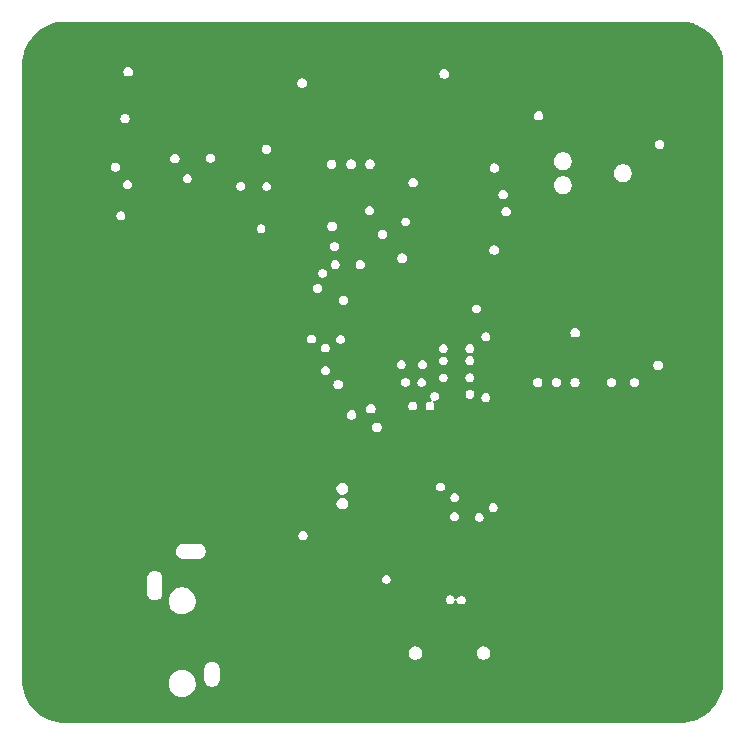
<source format=gbr>
%TF.GenerationSoftware,KiCad,Pcbnew,9.0.0*%
%TF.CreationDate,2025-03-31T19:39:25-04:00*%
%TF.ProjectId,nano405,6e616e6f-3430-4352-9e6b-696361645f70,A*%
%TF.SameCoordinates,Original*%
%TF.FileFunction,Copper,L2,Inr*%
%TF.FilePolarity,Positive*%
%FSLAX46Y46*%
G04 Gerber Fmt 4.6, Leading zero omitted, Abs format (unit mm)*
G04 Created by KiCad (PCBNEW 9.0.0) date 2025-03-31 19:39:25*
%MOMM*%
%LPD*%
G01*
G04 APERTURE LIST*
%TA.AperFunction,ComponentPad*%
%ADD10O,1.300000X0.800000*%
%TD*%
%TA.AperFunction,ComponentPad*%
%ADD11O,1.308000X2.616000*%
%TD*%
%TA.AperFunction,ComponentPad*%
%ADD12C,0.800000*%
%TD*%
%TA.AperFunction,ComponentPad*%
%ADD13C,6.400000*%
%TD*%
%TA.AperFunction,ComponentPad*%
%ADD14O,1.000000X2.100000*%
%TD*%
%TA.AperFunction,ComponentPad*%
%ADD15O,1.000000X1.800000*%
%TD*%
%TA.AperFunction,ViaPad*%
%ADD16C,0.550000*%
%TD*%
%TA.AperFunction,ViaPad*%
%ADD17C,0.700000*%
%TD*%
G04 APERTURE END LIST*
D10*
%TO.N,GND*%
%TO.C,J5*%
X125125000Y-81900000D03*
%TD*%
D11*
%TO.N,GND*%
%TO.C,J3*%
X109025000Y-100750000D03*
%TD*%
D12*
%TO.N,GND*%
%TO.C,H3*%
X151000000Y-98975000D03*
X151702944Y-97277944D03*
X151702944Y-100672056D03*
X153400000Y-96575000D03*
D13*
X153400000Y-98975000D03*
D12*
X153400000Y-101375000D03*
X155097056Y-97277944D03*
X155097056Y-100672056D03*
X155800000Y-98975000D03*
%TD*%
D14*
%TO.N,GND*%
%TO.C,J4*%
X129880000Y-96570000D03*
D15*
X129880000Y-100750000D03*
D14*
X138520000Y-96570000D03*
D15*
X138520000Y-100750000D03*
%TD*%
D12*
%TO.N,GND*%
%TO.C,H4*%
X99600000Y-98975000D03*
X100302944Y-97277944D03*
X100302944Y-100672056D03*
X102000000Y-96575000D03*
D13*
X102000000Y-98975000D03*
D12*
X102000000Y-101375000D03*
X103697056Y-97277944D03*
X103697056Y-100672056D03*
X104400000Y-98975000D03*
%TD*%
%TO.N,GND*%
%TO.C,H2*%
X150975000Y-47600000D03*
X151677944Y-45902944D03*
X151677944Y-49297056D03*
X153375000Y-45200000D03*
D13*
X153375000Y-47600000D03*
D12*
X153375000Y-50000000D03*
X155072056Y-45902944D03*
X155072056Y-49297056D03*
X155775000Y-47600000D03*
%TD*%
%TO.N,GND*%
%TO.C,H1*%
X99599175Y-47599175D03*
X100302119Y-45902119D03*
X100302119Y-49296231D03*
X101999175Y-45199175D03*
D13*
X101999175Y-47599175D03*
D12*
X101999175Y-49999175D03*
X103696231Y-45902119D03*
X103696231Y-49296231D03*
X104399175Y-47599175D03*
%TD*%
D16*
%TO.N,GND*%
X133065692Y-71627558D03*
D17*
X118000000Y-87000000D03*
D16*
X121639363Y-60727722D03*
D17*
X101000000Y-52000000D03*
X149000000Y-67000000D03*
X149000000Y-65000000D03*
X145000000Y-67000000D03*
X145000000Y-65000000D03*
D16*
X132925000Y-90025000D03*
X118000000Y-59925000D03*
D17*
X124875000Y-63375000D03*
X131600000Y-70900000D03*
X105000000Y-86000000D03*
X104000000Y-44000000D03*
X145000000Y-44000000D03*
X116000000Y-101000000D03*
X150000000Y-87000000D03*
X121000000Y-44000000D03*
X112660000Y-65330000D03*
X99000000Y-96000000D03*
X143000000Y-91000000D03*
X141000000Y-91000000D03*
X117000000Y-102000000D03*
X141000000Y-93000000D03*
X103000000Y-88000000D03*
X149000000Y-95000000D03*
X138292942Y-85418001D03*
X147000000Y-101000000D03*
X117000000Y-98000000D03*
X99000000Y-60500000D03*
X148000000Y-98000000D03*
X118000000Y-101000000D03*
X107500000Y-52400000D03*
X119000000Y-90000000D03*
X125199936Y-59857493D03*
X102000000Y-74000000D03*
X157000000Y-88000000D03*
X109000000Y-71350000D03*
X157000000Y-70000000D03*
X157000000Y-74000000D03*
X157000000Y-51000000D03*
X123636849Y-62382351D03*
X106000000Y-68800000D03*
X99000000Y-73250000D03*
X154000000Y-87000000D03*
X99000000Y-68000000D03*
X156000000Y-65000000D03*
X118700000Y-53549997D03*
X116000000Y-83000000D03*
X124000000Y-101000000D03*
X137000000Y-102000000D03*
X118000000Y-95000000D03*
X155000000Y-91000000D03*
X157000000Y-91000000D03*
X146000000Y-102000000D03*
X148000000Y-45000000D03*
X138775000Y-57175000D03*
X119000000Y-102000000D03*
X123850000Y-83150000D03*
X100000000Y-89000000D03*
X141000000Y-95000000D03*
X107000000Y-88000000D03*
X134900000Y-57300000D03*
X115000000Y-102000000D03*
X102000000Y-79000000D03*
X144000000Y-92000000D03*
X117000000Y-78000000D03*
X138000000Y-90000000D03*
X155000000Y-53000000D03*
X105000000Y-78000000D03*
X104000000Y-85000000D03*
X108000000Y-87000000D03*
X127750000Y-44000000D03*
X117000000Y-74000000D03*
D16*
X133550000Y-92300000D03*
D17*
X133000000Y-45000000D03*
X129350000Y-59000000D03*
X107000000Y-80000000D03*
X144000000Y-102000000D03*
X157000000Y-86000000D03*
X120000000Y-45000000D03*
X99000000Y-71250000D03*
X119000000Y-88000000D03*
X156000000Y-52000000D03*
X106000000Y-99000000D03*
X99000000Y-65000000D03*
X118000000Y-91000000D03*
X116000000Y-71000000D03*
X157000000Y-56000000D03*
X135600000Y-79550000D03*
X99000000Y-77000000D03*
X100000000Y-81000000D03*
X104000000Y-93000000D03*
D16*
X133670000Y-73020000D03*
D17*
X103000000Y-92000000D03*
X118000000Y-89000000D03*
X156000000Y-67000000D03*
X150750000Y-74150000D03*
X156000000Y-56000000D03*
X140000000Y-48500000D03*
X131840000Y-86150000D03*
X139000000Y-56000000D03*
X122000000Y-101000000D03*
X156000000Y-96000000D03*
X105000000Y-72000000D03*
X123750008Y-64179001D03*
X126000000Y-97000000D03*
X157000000Y-93000000D03*
X99000000Y-92000000D03*
X111980000Y-51300000D03*
X140000000Y-100000000D03*
X128000000Y-101000000D03*
X121000000Y-92000000D03*
X107000000Y-78000000D03*
X134000000Y-101000000D03*
X143000000Y-101000000D03*
D16*
X137900000Y-75080000D03*
D17*
X106650000Y-56500000D03*
X108000000Y-44000000D03*
X151000000Y-44000000D03*
X126000000Y-99000000D03*
X118000000Y-99000000D03*
X155000000Y-88000000D03*
X130320000Y-84480000D03*
X149000000Y-46000000D03*
X102000000Y-72000000D03*
X122000000Y-45000000D03*
X118932906Y-69088662D03*
X157000000Y-97000000D03*
X99000000Y-94000000D03*
X149000000Y-44000000D03*
X119000000Y-82000000D03*
X145000000Y-91000000D03*
X118000000Y-51000000D03*
X117000000Y-100000000D03*
X115000000Y-84000000D03*
X125050000Y-55400000D03*
X122000000Y-52000000D03*
X125000000Y-96000000D03*
X117000000Y-82000000D03*
X142000000Y-55000000D03*
X151000000Y-65000000D03*
X106000000Y-71000000D03*
X126644354Y-59265161D03*
X114000000Y-75000000D03*
X115000000Y-82000000D03*
X119000000Y-92000000D03*
X116000000Y-81000000D03*
X119000000Y-84000000D03*
X141000000Y-69000000D03*
X131840000Y-84480000D03*
X114750000Y-44000000D03*
X140000000Y-90000000D03*
X102000000Y-83000000D03*
X120000000Y-95000000D03*
X105000000Y-102000000D03*
X117000000Y-80000000D03*
X153000000Y-91000000D03*
X149000000Y-97000000D03*
X156000000Y-92000000D03*
X105000000Y-94000000D03*
X140970076Y-51237033D03*
D16*
X106981218Y-59700000D03*
D17*
X131516271Y-56470407D03*
X132000000Y-101000000D03*
X121000000Y-102000000D03*
X124000000Y-99000000D03*
X130200367Y-64481729D03*
X106000000Y-93000000D03*
X101000000Y-86000000D03*
X150000000Y-102000000D03*
D16*
X136130021Y-68525000D03*
D17*
X121000000Y-96000000D03*
X156750000Y-61000000D03*
X156000000Y-61750000D03*
X147000000Y-44000000D03*
X125000000Y-100000000D03*
X115000000Y-80000000D03*
X149000000Y-91000000D03*
X126000000Y-101000000D03*
X140000000Y-92000000D03*
X141000000Y-101000000D03*
X129675000Y-54900000D03*
X152000000Y-53000000D03*
X134000000Y-49000000D03*
X125000000Y-53650000D03*
X107000000Y-86000000D03*
X141000000Y-54000000D03*
X105000000Y-92000000D03*
X103000000Y-73000000D03*
X156000000Y-87000000D03*
X118000000Y-77000000D03*
D16*
X135900000Y-94000000D03*
D17*
X107000000Y-74000000D03*
X157000000Y-84000000D03*
X126750000Y-45000000D03*
X106000000Y-75000000D03*
X127000000Y-94000000D03*
X149000000Y-101000000D03*
X130000000Y-66000000D03*
X139000000Y-89000000D03*
X106000000Y-83000000D03*
X102000000Y-71000000D03*
X150000000Y-68000000D03*
X120000000Y-97000000D03*
X123000000Y-94000000D03*
X117000000Y-94000000D03*
X150000000Y-96000000D03*
X149000000Y-86000000D03*
X157000000Y-53000000D03*
X122000000Y-95000000D03*
X119000000Y-86000000D03*
D16*
X109975000Y-68275000D03*
X103175000Y-63650000D03*
D17*
X156000000Y-69000000D03*
X107000000Y-82000000D03*
X102000000Y-93000000D03*
X120880000Y-79810000D03*
X145000000Y-69000000D03*
X121000000Y-98000000D03*
X148000000Y-102000000D03*
X140000000Y-102000000D03*
X117000000Y-96000000D03*
X126550000Y-80900000D03*
X136000000Y-101000000D03*
X109000000Y-88000000D03*
X100000000Y-93000000D03*
X149000000Y-88000000D03*
X156000000Y-71000000D03*
X157000000Y-68000000D03*
X139000000Y-54000000D03*
X126650000Y-63324997D03*
X137900000Y-63825000D03*
X135650000Y-53575000D03*
X100000000Y-66000000D03*
X115000000Y-72000000D03*
X105000000Y-90000000D03*
X122000000Y-97000000D03*
X133000000Y-102000000D03*
X104000000Y-87000000D03*
X101000000Y-54000000D03*
X143000000Y-54000000D03*
X121000000Y-51000000D03*
X100000000Y-53000000D03*
X157000000Y-55000000D03*
X139000000Y-69000000D03*
X149000000Y-93000000D03*
X117000000Y-84000000D03*
X120000000Y-99000000D03*
X129550000Y-78150000D03*
X105000000Y-76000000D03*
X114000000Y-83000000D03*
X103000000Y-70000000D03*
X123000000Y-102000000D03*
X115000000Y-76000000D03*
X141825000Y-59775000D03*
X139000000Y-91000000D03*
X157000000Y-49000000D03*
X110099997Y-55200000D03*
X148000000Y-96000000D03*
X109000000Y-45000000D03*
X125000000Y-52000000D03*
X116800000Y-53075000D03*
X121000000Y-94000000D03*
D16*
X135925000Y-70574997D03*
D17*
X131000000Y-49000000D03*
X99000000Y-72250000D03*
D16*
X108825650Y-59877350D03*
X129517050Y-90612757D03*
D17*
X116000000Y-85000000D03*
X129675000Y-53650000D03*
X106000000Y-44000000D03*
X139000000Y-87000000D03*
X124000000Y-95000000D03*
X150000000Y-64000000D03*
X114000000Y-77000000D03*
X120000000Y-93000000D03*
X138000000Y-88000000D03*
D16*
X124465342Y-71091332D03*
D17*
X152000000Y-87000000D03*
X157000000Y-66000000D03*
X99000000Y-52000000D03*
X142000000Y-102000000D03*
X104000000Y-91000000D03*
X115000000Y-78000000D03*
D16*
X118026021Y-57512179D03*
D17*
X99000000Y-67000000D03*
X146000000Y-87000000D03*
X115750000Y-45000000D03*
X140000000Y-55000000D03*
X107000000Y-96000000D03*
X99000000Y-80000000D03*
X151000000Y-91000000D03*
X142000000Y-92000000D03*
X104000000Y-83000000D03*
X99000000Y-61500000D03*
X99000000Y-82000000D03*
X102000000Y-95000000D03*
X145000000Y-101000000D03*
X143000000Y-69000000D03*
X142000000Y-100000000D03*
X106000000Y-81000000D03*
X119000000Y-44000000D03*
X100000000Y-95000000D03*
X127000000Y-98000000D03*
X131000000Y-102000000D03*
X106000000Y-85000000D03*
X127000000Y-96000000D03*
X136000000Y-44000000D03*
X106000000Y-87000000D03*
X137467997Y-86000000D03*
X127000000Y-102000000D03*
X147000000Y-46000000D03*
X102000000Y-85000000D03*
X119000000Y-96000000D03*
X117000000Y-88000000D03*
X106000000Y-97000000D03*
X114000000Y-79000000D03*
X107000000Y-100000000D03*
X112820000Y-52880000D03*
X107000000Y-76000000D03*
X102000000Y-89000000D03*
X141750000Y-45000000D03*
X99000000Y-78000000D03*
X111000000Y-102000000D03*
X107000000Y-102000000D03*
X114000000Y-81000000D03*
X153000000Y-88000000D03*
X104000000Y-77000000D03*
X100000000Y-91000000D03*
X140750000Y-44000000D03*
X124000000Y-97000000D03*
X151000000Y-88000000D03*
D16*
X135900000Y-92300000D03*
D17*
X152366316Y-72006377D03*
X148000000Y-92000000D03*
X142000000Y-48500000D03*
X102000000Y-81000000D03*
X132000000Y-44000000D03*
X100000000Y-87000000D03*
X99000000Y-90000000D03*
X156000000Y-59250000D03*
X125125000Y-80925000D03*
X113000000Y-102000000D03*
X115000000Y-70000000D03*
D16*
X132598806Y-72832350D03*
D17*
X135000000Y-102000000D03*
X147000000Y-93000000D03*
X157000000Y-82000000D03*
X121000000Y-88000000D03*
X143000000Y-47500000D03*
X142000000Y-53000000D03*
X99000000Y-54000000D03*
X99000000Y-59500000D03*
X114000000Y-73000000D03*
X157000000Y-95000000D03*
X148000000Y-94000000D03*
X119000000Y-98000000D03*
D16*
X135929846Y-74449984D03*
D17*
X107636284Y-57901515D03*
X139750000Y-45000000D03*
X105000000Y-74000000D03*
X116000000Y-79000000D03*
X121000000Y-90000000D03*
X102000000Y-69000000D03*
X130320000Y-86150000D03*
X110702149Y-63337851D03*
X123850000Y-80925000D03*
X123000000Y-44000000D03*
X138000000Y-92000000D03*
X100000000Y-83000000D03*
X116000000Y-75000000D03*
X109000000Y-73000000D03*
X105000000Y-82000000D03*
X136750000Y-81925000D03*
D16*
X134700000Y-94275000D03*
D17*
X126675002Y-55387769D03*
X106000000Y-95000000D03*
X107000000Y-45000000D03*
X121000000Y-100000000D03*
X139000000Y-95000000D03*
X123850000Y-84420000D03*
X123000000Y-96000000D03*
X125000000Y-98000000D03*
X120000000Y-91000000D03*
X149000000Y-99000000D03*
X100000000Y-79000000D03*
X140000000Y-53000000D03*
X156000000Y-83000000D03*
X142462498Y-74469915D03*
X146000000Y-45000000D03*
X140000000Y-94000000D03*
X111980000Y-52880000D03*
X142575000Y-63700000D03*
X134000000Y-44000000D03*
X120000000Y-87000000D03*
X100000000Y-51000000D03*
X157000000Y-72000000D03*
X147000000Y-91000000D03*
X123850000Y-81900000D03*
X100000000Y-85000000D03*
X156000000Y-94000000D03*
X123000000Y-51000000D03*
X104000000Y-89000000D03*
X121810000Y-80400000D03*
X120000000Y-101000000D03*
X119000000Y-100000000D03*
X128000000Y-95000000D03*
X104000000Y-79000000D03*
X119000000Y-94000000D03*
X120000000Y-89000000D03*
X104000000Y-81000000D03*
X112820000Y-51300000D03*
X125000000Y-102000000D03*
X118000000Y-83000000D03*
X106000000Y-91000000D03*
D16*
X114794067Y-55080933D03*
D17*
X107000000Y-84000000D03*
X148900000Y-74150000D03*
D16*
X129975000Y-71232350D03*
D17*
X127000000Y-100000000D03*
X138000000Y-48500000D03*
X99000000Y-50000000D03*
X156000000Y-75000000D03*
X105000000Y-45000000D03*
X99000000Y-56000000D03*
X99000000Y-88000000D03*
X146000000Y-92000000D03*
D16*
X133550000Y-94000000D03*
D17*
X125826042Y-66598958D03*
X118000000Y-85000000D03*
X128750000Y-45000000D03*
X106000000Y-101000000D03*
X117000000Y-86000000D03*
X126708868Y-76571281D03*
X123000000Y-98000000D03*
X141000000Y-99000000D03*
D16*
X117239103Y-57523909D03*
D17*
X126675000Y-52000000D03*
X115000000Y-74000000D03*
X156000000Y-73000000D03*
X116000000Y-73000000D03*
X110694998Y-65330700D03*
X139000000Y-47500000D03*
X106000000Y-79000000D03*
X105000000Y-96000000D03*
X142850000Y-59775000D03*
X101000000Y-90000000D03*
X133425000Y-62932350D03*
D16*
X111250000Y-56900000D03*
X134024999Y-83454560D03*
D17*
X123950000Y-73950000D03*
X118000000Y-93000000D03*
X120500000Y-55100000D03*
X117000000Y-90000000D03*
X144037502Y-74475000D03*
X103000000Y-84000000D03*
X104000000Y-95000000D03*
X106000000Y-73000000D03*
X107000000Y-98000000D03*
X127550007Y-77234077D03*
X139000000Y-93000000D03*
X120942191Y-48475539D03*
D16*
X135930000Y-73010000D03*
D17*
X126675000Y-53650000D03*
X116000000Y-77000000D03*
X101000000Y-94000000D03*
X141000000Y-47500000D03*
X148000000Y-100000000D03*
X114000000Y-71000000D03*
D16*
X103175000Y-62225000D03*
D17*
X138250000Y-67250000D03*
X123000000Y-67182350D03*
X150000000Y-66000000D03*
X103000000Y-80000000D03*
X110000000Y-44000000D03*
X99000000Y-86000000D03*
X121350000Y-55100000D03*
X107000000Y-72000000D03*
X117000000Y-76000000D03*
X126000000Y-95000000D03*
X118000000Y-97000000D03*
X117000000Y-92000000D03*
X122920000Y-73130000D03*
X102000000Y-87000000D03*
X118000000Y-81000000D03*
D16*
X136582353Y-70289806D03*
D17*
X112652149Y-63337851D03*
D16*
X129800070Y-60539978D03*
D17*
X156000000Y-81000000D03*
X135000000Y-45000000D03*
X156750000Y-60000000D03*
X125000000Y-94000000D03*
D16*
X130507350Y-74824736D03*
D17*
X123000000Y-100000000D03*
X156000000Y-85000000D03*
X123875000Y-87875000D03*
X113750000Y-45000000D03*
X101000000Y-82000000D03*
X156000000Y-54000000D03*
X99000000Y-84000000D03*
X122000000Y-99000000D03*
X150000000Y-45000000D03*
X140000000Y-88000000D03*
D16*
X131825000Y-76150000D03*
D17*
X135600000Y-80525000D03*
X102000000Y-91000000D03*
X151000000Y-67000000D03*
X106000000Y-89000000D03*
X144000000Y-89000000D03*
X107000000Y-47000000D03*
D16*
X132600000Y-74550000D03*
D17*
X129335108Y-61857350D03*
X139650000Y-74750000D03*
X146000000Y-66000000D03*
X145902900Y-64097100D03*
X146000000Y-68000000D03*
D16*
X123047098Y-70948687D03*
D17*
X105750000Y-57825000D03*
D16*
X111250000Y-60550000D03*
X116450000Y-62450000D03*
D17*
X128200000Y-74800000D03*
D16*
X104525000Y-63650000D03*
D17*
X140000000Y-59627900D03*
%TD*%
%TA.AperFunction,Conductor*%
%TO.N,GND*%
G36*
X153703032Y-43600648D02*
G01*
X154056532Y-43618015D01*
X154068640Y-43619208D01*
X154177576Y-43635367D01*
X154415717Y-43670692D01*
X154427635Y-43673062D01*
X154768008Y-43758321D01*
X154779646Y-43761852D01*
X155109996Y-43880054D01*
X155121237Y-43884710D01*
X155346857Y-43991419D01*
X155438433Y-44034731D01*
X155449150Y-44040459D01*
X155750102Y-44220843D01*
X155760220Y-44227603D01*
X156042049Y-44436622D01*
X156051455Y-44444342D01*
X156311436Y-44679974D01*
X156320025Y-44688563D01*
X156481782Y-44867035D01*
X156555657Y-44948544D01*
X156563377Y-44957950D01*
X156772396Y-45239779D01*
X156779156Y-45249897D01*
X156959533Y-45550837D01*
X156965270Y-45561570D01*
X157115289Y-45878762D01*
X157119945Y-45890003D01*
X157238147Y-46220353D01*
X157241680Y-46231998D01*
X157326934Y-46572351D01*
X157329308Y-46584287D01*
X157380791Y-46931359D01*
X157381984Y-46943468D01*
X157399351Y-47296966D01*
X157399500Y-47303051D01*
X157399500Y-99296948D01*
X157399351Y-99303033D01*
X157381984Y-99656531D01*
X157380791Y-99668640D01*
X157329308Y-100015712D01*
X157326934Y-100027648D01*
X157241680Y-100368001D01*
X157238147Y-100379646D01*
X157119945Y-100709996D01*
X157115289Y-100721237D01*
X156965270Y-101038429D01*
X156959533Y-101049162D01*
X156779156Y-101350102D01*
X156772396Y-101360220D01*
X156563377Y-101642049D01*
X156555657Y-101651455D01*
X156320033Y-101911428D01*
X156311428Y-101920033D01*
X156051455Y-102155657D01*
X156042049Y-102163377D01*
X155760220Y-102372396D01*
X155750102Y-102379156D01*
X155449162Y-102559533D01*
X155438429Y-102565270D01*
X155121237Y-102715289D01*
X155109996Y-102719945D01*
X154779646Y-102838147D01*
X154768001Y-102841680D01*
X154427648Y-102926934D01*
X154415712Y-102929308D01*
X154068640Y-102980791D01*
X154056531Y-102981984D01*
X153723016Y-102998369D01*
X153703031Y-102999351D01*
X153696949Y-102999500D01*
X101703051Y-102999500D01*
X101696968Y-102999351D01*
X101675811Y-102998311D01*
X101343468Y-102981984D01*
X101331359Y-102980791D01*
X100984287Y-102929308D01*
X100972351Y-102926934D01*
X100631998Y-102841680D01*
X100620353Y-102838147D01*
X100290003Y-102719945D01*
X100278762Y-102715289D01*
X99961570Y-102565270D01*
X99950842Y-102559535D01*
X99649897Y-102379156D01*
X99639779Y-102372396D01*
X99357950Y-102163377D01*
X99348544Y-102155657D01*
X99232295Y-102050296D01*
X99088563Y-101920025D01*
X99079974Y-101911436D01*
X98844342Y-101651455D01*
X98836622Y-101642049D01*
X98627603Y-101360220D01*
X98620843Y-101350102D01*
X98440459Y-101049150D01*
X98434729Y-101038429D01*
X98284710Y-100721237D01*
X98280054Y-100709996D01*
X98161852Y-100379646D01*
X98158319Y-100368001D01*
X98073062Y-100027635D01*
X98070691Y-100015712D01*
X98019208Y-99668640D01*
X98018015Y-99656530D01*
X98013306Y-99560666D01*
X98013246Y-99559448D01*
X110414500Y-99559448D01*
X110414500Y-99740551D01*
X110442829Y-99919410D01*
X110498787Y-100091636D01*
X110498788Y-100091639D01*
X110581006Y-100252997D01*
X110687441Y-100399494D01*
X110687445Y-100399499D01*
X110815500Y-100527554D01*
X110815505Y-100527558D01*
X110943287Y-100620396D01*
X110962006Y-100633996D01*
X111028982Y-100668122D01*
X111123360Y-100716211D01*
X111123363Y-100716212D01*
X111209476Y-100744191D01*
X111295591Y-100772171D01*
X111378429Y-100785291D01*
X111474449Y-100800500D01*
X111474454Y-100800500D01*
X111655551Y-100800500D01*
X111742259Y-100786765D01*
X111834409Y-100772171D01*
X112006639Y-100716211D01*
X112167994Y-100633996D01*
X112314501Y-100527553D01*
X112442553Y-100399501D01*
X112548996Y-100252994D01*
X112631211Y-100091639D01*
X112687171Y-99919409D01*
X112701892Y-99826461D01*
X112715500Y-99740551D01*
X112715500Y-99559448D01*
X112696539Y-99439738D01*
X112687171Y-99380591D01*
X112665558Y-99314071D01*
X113454499Y-99314071D01*
X113479497Y-99439738D01*
X113479499Y-99439744D01*
X113528533Y-99558124D01*
X113528538Y-99558133D01*
X113599723Y-99664668D01*
X113599726Y-99664672D01*
X113690327Y-99755273D01*
X113690331Y-99755276D01*
X113796866Y-99826461D01*
X113796872Y-99826464D01*
X113796873Y-99826465D01*
X113915256Y-99875501D01*
X113915260Y-99875501D01*
X113915261Y-99875502D01*
X114040928Y-99900500D01*
X114040931Y-99900500D01*
X114169071Y-99900500D01*
X114253615Y-99883682D01*
X114294744Y-99875501D01*
X114413127Y-99826465D01*
X114519669Y-99755276D01*
X114610276Y-99664669D01*
X114681465Y-99558127D01*
X114730501Y-99439744D01*
X114755500Y-99314069D01*
X114755500Y-98385931D01*
X114755500Y-98385928D01*
X114730502Y-98260261D01*
X114730501Y-98260260D01*
X114730501Y-98260256D01*
X114681465Y-98141873D01*
X114681464Y-98141872D01*
X114681461Y-98141866D01*
X114610276Y-98035331D01*
X114610273Y-98035327D01*
X114519672Y-97944726D01*
X114519668Y-97944723D01*
X114413133Y-97873538D01*
X114413124Y-97873533D01*
X114294744Y-97824499D01*
X114294738Y-97824497D01*
X114169071Y-97799500D01*
X114169069Y-97799500D01*
X114040931Y-97799500D01*
X114040929Y-97799500D01*
X113915261Y-97824497D01*
X113915255Y-97824499D01*
X113796875Y-97873533D01*
X113796866Y-97873538D01*
X113690331Y-97944723D01*
X113690327Y-97944726D01*
X113599726Y-98035327D01*
X113599723Y-98035331D01*
X113528538Y-98141866D01*
X113528533Y-98141875D01*
X113479499Y-98260255D01*
X113479497Y-98260261D01*
X113454500Y-98385928D01*
X113454500Y-98385931D01*
X113454500Y-99314069D01*
X113454500Y-99314071D01*
X113454499Y-99314071D01*
X112665558Y-99314071D01*
X112631211Y-99208361D01*
X112631211Y-99208360D01*
X112602740Y-99152484D01*
X112548996Y-99047006D01*
X112535396Y-99028287D01*
X112442558Y-98900505D01*
X112442554Y-98900500D01*
X112314499Y-98772445D01*
X112314494Y-98772441D01*
X112167997Y-98666006D01*
X112167996Y-98666005D01*
X112167994Y-98666004D01*
X112116300Y-98639664D01*
X112006639Y-98583788D01*
X112006636Y-98583787D01*
X111834410Y-98527829D01*
X111673305Y-98502312D01*
X111655551Y-98499500D01*
X111655546Y-98499500D01*
X111474454Y-98499500D01*
X111474449Y-98499500D01*
X111295589Y-98527829D01*
X111123363Y-98583787D01*
X111123360Y-98583788D01*
X110962002Y-98666006D01*
X110815505Y-98772441D01*
X110815500Y-98772445D01*
X110687445Y-98900500D01*
X110687441Y-98900505D01*
X110581006Y-99047002D01*
X110498788Y-99208360D01*
X110498787Y-99208363D01*
X110442829Y-99380589D01*
X110414500Y-99559448D01*
X98013246Y-99559448D01*
X98000649Y-99303033D01*
X98000500Y-99296948D01*
X98000500Y-96994234D01*
X130734500Y-96994234D01*
X130734500Y-97145765D01*
X130773719Y-97292136D01*
X130811602Y-97357750D01*
X130849485Y-97423365D01*
X130956635Y-97530515D01*
X131087865Y-97606281D01*
X131234234Y-97645500D01*
X131234236Y-97645500D01*
X131385764Y-97645500D01*
X131385766Y-97645500D01*
X131532135Y-97606281D01*
X131663365Y-97530515D01*
X131770515Y-97423365D01*
X131846281Y-97292135D01*
X131885500Y-97145766D01*
X131885500Y-96994234D01*
X136514500Y-96994234D01*
X136514500Y-97145765D01*
X136553719Y-97292136D01*
X136591602Y-97357750D01*
X136629485Y-97423365D01*
X136736635Y-97530515D01*
X136867865Y-97606281D01*
X137014234Y-97645500D01*
X137014236Y-97645500D01*
X137165764Y-97645500D01*
X137165766Y-97645500D01*
X137312135Y-97606281D01*
X137443365Y-97530515D01*
X137550515Y-97423365D01*
X137626281Y-97292135D01*
X137665500Y-97145766D01*
X137665500Y-96994234D01*
X137626281Y-96847865D01*
X137550515Y-96716635D01*
X137443365Y-96609485D01*
X137377750Y-96571602D01*
X137312136Y-96533719D01*
X137238950Y-96514109D01*
X137165766Y-96494500D01*
X137014234Y-96494500D01*
X136867863Y-96533719D01*
X136736635Y-96609485D01*
X136736632Y-96609487D01*
X136629487Y-96716632D01*
X136629485Y-96716635D01*
X136553719Y-96847863D01*
X136514500Y-96994234D01*
X131885500Y-96994234D01*
X131846281Y-96847865D01*
X131770515Y-96716635D01*
X131663365Y-96609485D01*
X131597750Y-96571602D01*
X131532136Y-96533719D01*
X131458950Y-96514109D01*
X131385766Y-96494500D01*
X131234234Y-96494500D01*
X131087863Y-96533719D01*
X130956635Y-96609485D01*
X130956632Y-96609487D01*
X130849487Y-96716632D01*
X130849485Y-96716635D01*
X130773719Y-96847863D01*
X130734500Y-96994234D01*
X98000500Y-96994234D01*
X98000500Y-92014071D01*
X108594499Y-92014071D01*
X108619497Y-92139738D01*
X108619499Y-92139744D01*
X108668533Y-92258124D01*
X108668538Y-92258133D01*
X108739723Y-92364668D01*
X108739726Y-92364672D01*
X108830327Y-92455273D01*
X108830331Y-92455276D01*
X108936866Y-92526461D01*
X108936872Y-92526464D01*
X108936873Y-92526465D01*
X109055256Y-92575501D01*
X109055260Y-92575501D01*
X109055261Y-92575502D01*
X109180928Y-92600500D01*
X109180931Y-92600500D01*
X109309071Y-92600500D01*
X109393615Y-92583682D01*
X109434744Y-92575501D01*
X109473499Y-92559448D01*
X110414500Y-92559448D01*
X110414500Y-92740551D01*
X110442829Y-92919410D01*
X110498787Y-93091636D01*
X110498788Y-93091639D01*
X110581006Y-93252997D01*
X110687441Y-93399494D01*
X110687445Y-93399499D01*
X110815500Y-93527554D01*
X110815505Y-93527558D01*
X110943287Y-93620396D01*
X110962006Y-93633996D01*
X111067484Y-93687740D01*
X111123360Y-93716211D01*
X111123363Y-93716212D01*
X111209476Y-93744191D01*
X111295591Y-93772171D01*
X111378429Y-93785291D01*
X111474449Y-93800500D01*
X111474454Y-93800500D01*
X111655551Y-93800500D01*
X111742259Y-93786765D01*
X111834409Y-93772171D01*
X112006639Y-93716211D01*
X112167994Y-93633996D01*
X112314501Y-93527553D01*
X112442553Y-93399501D01*
X112548996Y-93252994D01*
X112631211Y-93091639D01*
X112687171Y-92919409D01*
X112704262Y-92811499D01*
X112715500Y-92740551D01*
X112715500Y-92559447D01*
X112707483Y-92508829D01*
X112705698Y-92497559D01*
X133877181Y-92497559D01*
X133877181Y-92596429D01*
X133902771Y-92691932D01*
X133952206Y-92777556D01*
X134022119Y-92847469D01*
X134107743Y-92896904D01*
X134203246Y-92922494D01*
X134203248Y-92922494D01*
X134302113Y-92922494D01*
X134302116Y-92922494D01*
X134397619Y-92896904D01*
X134483243Y-92847469D01*
X134553156Y-92777556D01*
X134602591Y-92691932D01*
X134602593Y-92691923D01*
X134605700Y-92684425D01*
X134607324Y-92685097D01*
X134638502Y-92633937D01*
X134701346Y-92603401D01*
X134770722Y-92611689D01*
X134824604Y-92656169D01*
X134841696Y-92693588D01*
X134850347Y-92725876D01*
X134850348Y-92725877D01*
X134899782Y-92811499D01*
X134969695Y-92881412D01*
X135055319Y-92930847D01*
X135150822Y-92956437D01*
X135150824Y-92956437D01*
X135249689Y-92956437D01*
X135249692Y-92956437D01*
X135345195Y-92930847D01*
X135430819Y-92881412D01*
X135500732Y-92811499D01*
X135550167Y-92725875D01*
X135575757Y-92630372D01*
X135575757Y-92531502D01*
X135550167Y-92435999D01*
X135500732Y-92350375D01*
X135430819Y-92280462D01*
X135345195Y-92231027D01*
X135249692Y-92205437D01*
X135150822Y-92205437D01*
X135055319Y-92231027D01*
X135055317Y-92231028D01*
X135055316Y-92231028D01*
X134969693Y-92280463D01*
X134899783Y-92350373D01*
X134850348Y-92435996D01*
X134847238Y-92443506D01*
X134845616Y-92442834D01*
X134814418Y-92494009D01*
X134751568Y-92524533D01*
X134682193Y-92516232D01*
X134628319Y-92471742D01*
X134611241Y-92434340D01*
X134602591Y-92402057D01*
X134602589Y-92402054D01*
X134553156Y-92316432D01*
X134483243Y-92246519D01*
X134397619Y-92197084D01*
X134302116Y-92171494D01*
X134203246Y-92171494D01*
X134107743Y-92197084D01*
X134107741Y-92197085D01*
X134107740Y-92197085D01*
X134022117Y-92246520D01*
X133952207Y-92316430D01*
X133902772Y-92402053D01*
X133902772Y-92402054D01*
X133902771Y-92402056D01*
X133877181Y-92497559D01*
X112705698Y-92497559D01*
X112694620Y-92427628D01*
X112687171Y-92380591D01*
X112647380Y-92258124D01*
X112631212Y-92208363D01*
X112631211Y-92208360D01*
X112596249Y-92139744D01*
X112548996Y-92047006D01*
X112535396Y-92028287D01*
X112442558Y-91900505D01*
X112442554Y-91900500D01*
X112314499Y-91772445D01*
X112314494Y-91772441D01*
X112167997Y-91666006D01*
X112167996Y-91666005D01*
X112167994Y-91666004D01*
X112116300Y-91639664D01*
X112006639Y-91583788D01*
X112006636Y-91583787D01*
X111834410Y-91527829D01*
X111655551Y-91499500D01*
X111655546Y-91499500D01*
X111474454Y-91499500D01*
X111474449Y-91499500D01*
X111295589Y-91527829D01*
X111123363Y-91583787D01*
X111123360Y-91583788D01*
X110962002Y-91666006D01*
X110815505Y-91772441D01*
X110815500Y-91772445D01*
X110687445Y-91900500D01*
X110687441Y-91900505D01*
X110581006Y-92047002D01*
X110498788Y-92208360D01*
X110498787Y-92208363D01*
X110442829Y-92380589D01*
X110414500Y-92559448D01*
X109473499Y-92559448D01*
X109553127Y-92526465D01*
X109659669Y-92455276D01*
X109750276Y-92364669D01*
X109821465Y-92258127D01*
X109870501Y-92139744D01*
X109895500Y-92014069D01*
X109895500Y-90775565D01*
X128474500Y-90775565D01*
X128474500Y-90874435D01*
X128500090Y-90969938D01*
X128549525Y-91055562D01*
X128619438Y-91125475D01*
X128705062Y-91174910D01*
X128800565Y-91200500D01*
X128800567Y-91200500D01*
X128899432Y-91200500D01*
X128899435Y-91200500D01*
X128994938Y-91174910D01*
X129080562Y-91125475D01*
X129150475Y-91055562D01*
X129199910Y-90969938D01*
X129225500Y-90874435D01*
X129225500Y-90775565D01*
X129199910Y-90680062D01*
X129150475Y-90594438D01*
X129080562Y-90524525D01*
X128994938Y-90475090D01*
X128899435Y-90449500D01*
X128800565Y-90449500D01*
X128705062Y-90475090D01*
X128705060Y-90475091D01*
X128705059Y-90475091D01*
X128619436Y-90524526D01*
X128549526Y-90594436D01*
X128500091Y-90680059D01*
X128500091Y-90680060D01*
X128500090Y-90680062D01*
X128474500Y-90775565D01*
X109895500Y-90775565D01*
X109895500Y-90685931D01*
X109895500Y-90685928D01*
X109870502Y-90560261D01*
X109870501Y-90560260D01*
X109870501Y-90560256D01*
X109821465Y-90441873D01*
X109821464Y-90441872D01*
X109821461Y-90441866D01*
X109750276Y-90335331D01*
X109750273Y-90335327D01*
X109659672Y-90244726D01*
X109659668Y-90244723D01*
X109553133Y-90173538D01*
X109553124Y-90173533D01*
X109434744Y-90124499D01*
X109434738Y-90124497D01*
X109309071Y-90099500D01*
X109309069Y-90099500D01*
X109180931Y-90099500D01*
X109180929Y-90099500D01*
X109055261Y-90124497D01*
X109055255Y-90124499D01*
X108936875Y-90173533D01*
X108936866Y-90173538D01*
X108830331Y-90244723D01*
X108830327Y-90244726D01*
X108739726Y-90335327D01*
X108739723Y-90335331D01*
X108668538Y-90441866D01*
X108668533Y-90441875D01*
X108619499Y-90560255D01*
X108619497Y-90560261D01*
X108594500Y-90685928D01*
X108594500Y-90685931D01*
X108594500Y-92014069D01*
X108594500Y-92014071D01*
X108594499Y-92014071D01*
X98000500Y-92014071D01*
X98000500Y-88514071D01*
X111064499Y-88514071D01*
X111089497Y-88639738D01*
X111089499Y-88639744D01*
X111138533Y-88758124D01*
X111138538Y-88758133D01*
X111209723Y-88864668D01*
X111209726Y-88864672D01*
X111300327Y-88955273D01*
X111300331Y-88955276D01*
X111406866Y-89026461D01*
X111406872Y-89026464D01*
X111406873Y-89026465D01*
X111525256Y-89075501D01*
X111525260Y-89075501D01*
X111525261Y-89075502D01*
X111650928Y-89100500D01*
X111650931Y-89100500D01*
X112979071Y-89100500D01*
X113063615Y-89083682D01*
X113104744Y-89075501D01*
X113223127Y-89026465D01*
X113329669Y-88955276D01*
X113420276Y-88864669D01*
X113491465Y-88758127D01*
X113540501Y-88639744D01*
X113565500Y-88514069D01*
X113565500Y-88385931D01*
X113565500Y-88385928D01*
X113540502Y-88260261D01*
X113540501Y-88260260D01*
X113540501Y-88260256D01*
X113491465Y-88141873D01*
X113491464Y-88141872D01*
X113491461Y-88141866D01*
X113420276Y-88035331D01*
X113420273Y-88035327D01*
X113329672Y-87944726D01*
X113329668Y-87944723D01*
X113223133Y-87873538D01*
X113223124Y-87873533D01*
X113104744Y-87824499D01*
X113104738Y-87824497D01*
X112979071Y-87799500D01*
X112979069Y-87799500D01*
X111650931Y-87799500D01*
X111650929Y-87799500D01*
X111525261Y-87824497D01*
X111525255Y-87824499D01*
X111406875Y-87873533D01*
X111406866Y-87873538D01*
X111300331Y-87944723D01*
X111300327Y-87944726D01*
X111209726Y-88035327D01*
X111209723Y-88035331D01*
X111138538Y-88141866D01*
X111138533Y-88141875D01*
X111089499Y-88260255D01*
X111089497Y-88260261D01*
X111064500Y-88385928D01*
X111064500Y-88385931D01*
X111064500Y-88514069D01*
X111064500Y-88514071D01*
X111064499Y-88514071D01*
X98000500Y-88514071D01*
X98000500Y-87072273D01*
X121399500Y-87072273D01*
X121399500Y-87177727D01*
X121426793Y-87279587D01*
X121479520Y-87370913D01*
X121554087Y-87445480D01*
X121645413Y-87498207D01*
X121747273Y-87525500D01*
X121747275Y-87525500D01*
X121852725Y-87525500D01*
X121852727Y-87525500D01*
X121954587Y-87498207D01*
X122045913Y-87445480D01*
X122120480Y-87370913D01*
X122173207Y-87279587D01*
X122200500Y-87177727D01*
X122200500Y-87072273D01*
X122173207Y-86970413D01*
X122120480Y-86879087D01*
X122045913Y-86804520D01*
X121954587Y-86751793D01*
X121852727Y-86724500D01*
X121747273Y-86724500D01*
X121645413Y-86751793D01*
X121645410Y-86751794D01*
X121554085Y-86804521D01*
X121479521Y-86879085D01*
X121426794Y-86970410D01*
X121426793Y-86970413D01*
X121399500Y-87072273D01*
X98000500Y-87072273D01*
X98000500Y-85450565D01*
X134249500Y-85450565D01*
X134249500Y-85549435D01*
X134275090Y-85644938D01*
X134324525Y-85730562D01*
X134394438Y-85800475D01*
X134480062Y-85849910D01*
X134575565Y-85875500D01*
X134575567Y-85875500D01*
X134674432Y-85875500D01*
X134674435Y-85875500D01*
X134769938Y-85849910D01*
X134855562Y-85800475D01*
X134925475Y-85730562D01*
X134974910Y-85644938D01*
X135000500Y-85549435D01*
X135000500Y-85527556D01*
X136339547Y-85527556D01*
X136339547Y-85626426D01*
X136365137Y-85721929D01*
X136414572Y-85807553D01*
X136484485Y-85877466D01*
X136570109Y-85926901D01*
X136665612Y-85952491D01*
X136665614Y-85952491D01*
X136764479Y-85952491D01*
X136764482Y-85952491D01*
X136859985Y-85926901D01*
X136945609Y-85877466D01*
X137015522Y-85807553D01*
X137064957Y-85721929D01*
X137090547Y-85626426D01*
X137090547Y-85527556D01*
X137064957Y-85432053D01*
X137015522Y-85346429D01*
X136945609Y-85276516D01*
X136859985Y-85227081D01*
X136764482Y-85201491D01*
X136665612Y-85201491D01*
X136570109Y-85227081D01*
X136570107Y-85227082D01*
X136570106Y-85227082D01*
X136484483Y-85276517D01*
X136414573Y-85346427D01*
X136365138Y-85432050D01*
X136365138Y-85432051D01*
X136365137Y-85432053D01*
X136339547Y-85527556D01*
X135000500Y-85527556D01*
X135000500Y-85450565D01*
X134974910Y-85355062D01*
X134925475Y-85269438D01*
X134855562Y-85199525D01*
X134769938Y-85150090D01*
X134674435Y-85124500D01*
X134575565Y-85124500D01*
X134480062Y-85150090D01*
X134480060Y-85150091D01*
X134480059Y-85150091D01*
X134394436Y-85199526D01*
X134324526Y-85269436D01*
X134275091Y-85355059D01*
X134275091Y-85355060D01*
X134275090Y-85355062D01*
X134249500Y-85450565D01*
X98000500Y-85450565D01*
X98000500Y-84334108D01*
X124624500Y-84334108D01*
X124624500Y-84465892D01*
X124641554Y-84529539D01*
X124658608Y-84593187D01*
X124680114Y-84630435D01*
X124724500Y-84707314D01*
X124817686Y-84800500D01*
X124931814Y-84866392D01*
X125059108Y-84900500D01*
X125059110Y-84900500D01*
X125190890Y-84900500D01*
X125190892Y-84900500D01*
X125318186Y-84866392D01*
X125432314Y-84800500D01*
X125525500Y-84707314D01*
X125529397Y-84700565D01*
X137524500Y-84700565D01*
X137524500Y-84799435D01*
X137550090Y-84894938D01*
X137599525Y-84980562D01*
X137669438Y-85050475D01*
X137755062Y-85099910D01*
X137850565Y-85125500D01*
X137850567Y-85125500D01*
X137949432Y-85125500D01*
X137949435Y-85125500D01*
X138044938Y-85099910D01*
X138130562Y-85050475D01*
X138200475Y-84980562D01*
X138249910Y-84894938D01*
X138275500Y-84799435D01*
X138275500Y-84700565D01*
X138249910Y-84605062D01*
X138200475Y-84519438D01*
X138130562Y-84449525D01*
X138044938Y-84400090D01*
X137949435Y-84374500D01*
X137850565Y-84374500D01*
X137755062Y-84400090D01*
X137755060Y-84400091D01*
X137755059Y-84400091D01*
X137669436Y-84449526D01*
X137599526Y-84519436D01*
X137550091Y-84605059D01*
X137550091Y-84605060D01*
X137550090Y-84605062D01*
X137524500Y-84700565D01*
X125529397Y-84700565D01*
X125591392Y-84593186D01*
X125625500Y-84465892D01*
X125625500Y-84334108D01*
X125591392Y-84206814D01*
X125525500Y-84092686D01*
X125432314Y-83999500D01*
X125318186Y-83933608D01*
X125190892Y-83899500D01*
X125059108Y-83899500D01*
X124931812Y-83933608D01*
X124817686Y-83999500D01*
X124817683Y-83999502D01*
X124724502Y-84092683D01*
X124724500Y-84092686D01*
X124658608Y-84206812D01*
X124640204Y-84275500D01*
X124624500Y-84334108D01*
X98000500Y-84334108D01*
X98000500Y-83850565D01*
X134274500Y-83850565D01*
X134274500Y-83949435D01*
X134300090Y-84044938D01*
X134349525Y-84130562D01*
X134419438Y-84200475D01*
X134505062Y-84249910D01*
X134600565Y-84275500D01*
X134600567Y-84275500D01*
X134699432Y-84275500D01*
X134699435Y-84275500D01*
X134794938Y-84249910D01*
X134880562Y-84200475D01*
X134950475Y-84130562D01*
X134999910Y-84044938D01*
X135025500Y-83949435D01*
X135025500Y-83850565D01*
X134999910Y-83755062D01*
X134950475Y-83669438D01*
X134880562Y-83599525D01*
X134794938Y-83550090D01*
X134699435Y-83524500D01*
X134600565Y-83524500D01*
X134505062Y-83550090D01*
X134505060Y-83550091D01*
X134505059Y-83550091D01*
X134419436Y-83599526D01*
X134349526Y-83669436D01*
X134300091Y-83755059D01*
X134300091Y-83755060D01*
X134300090Y-83755062D01*
X134274500Y-83850565D01*
X98000500Y-83850565D01*
X98000500Y-83084108D01*
X124624500Y-83084108D01*
X124624500Y-83215891D01*
X124658608Y-83343187D01*
X124691554Y-83400250D01*
X124724500Y-83457314D01*
X124817686Y-83550500D01*
X124931814Y-83616392D01*
X125059108Y-83650500D01*
X125059110Y-83650500D01*
X125190890Y-83650500D01*
X125190892Y-83650500D01*
X125318186Y-83616392D01*
X125432314Y-83550500D01*
X125525500Y-83457314D01*
X125591392Y-83343186D01*
X125625500Y-83215892D01*
X125625500Y-83084108D01*
X125591392Y-82956814D01*
X125587784Y-82950565D01*
X133074500Y-82950565D01*
X133074500Y-83049435D01*
X133100090Y-83144938D01*
X133149525Y-83230562D01*
X133219438Y-83300475D01*
X133305062Y-83349910D01*
X133400565Y-83375500D01*
X133400567Y-83375500D01*
X133499432Y-83375500D01*
X133499435Y-83375500D01*
X133594938Y-83349910D01*
X133680562Y-83300475D01*
X133750475Y-83230562D01*
X133799910Y-83144938D01*
X133825500Y-83049435D01*
X133825500Y-82950565D01*
X133799910Y-82855062D01*
X133750475Y-82769438D01*
X133680562Y-82699525D01*
X133594938Y-82650090D01*
X133499435Y-82624500D01*
X133400565Y-82624500D01*
X133305062Y-82650090D01*
X133305060Y-82650091D01*
X133305059Y-82650091D01*
X133219436Y-82699526D01*
X133149526Y-82769436D01*
X133100091Y-82855059D01*
X133100091Y-82855060D01*
X133100090Y-82855062D01*
X133074500Y-82950565D01*
X125587784Y-82950565D01*
X125525500Y-82842686D01*
X125432314Y-82749500D01*
X125345755Y-82699525D01*
X125318187Y-82683608D01*
X125254539Y-82666554D01*
X125190892Y-82649500D01*
X125059108Y-82649500D01*
X124931812Y-82683608D01*
X124817686Y-82749500D01*
X124817683Y-82749502D01*
X124724502Y-82842683D01*
X124724500Y-82842686D01*
X124658608Y-82956812D01*
X124624500Y-83084108D01*
X98000500Y-83084108D01*
X98000500Y-77897273D01*
X127649500Y-77897273D01*
X127649500Y-78002727D01*
X127676793Y-78104587D01*
X127729520Y-78195913D01*
X127804087Y-78270480D01*
X127895413Y-78323207D01*
X127997273Y-78350500D01*
X127997275Y-78350500D01*
X128102725Y-78350500D01*
X128102727Y-78350500D01*
X128204587Y-78323207D01*
X128295913Y-78270480D01*
X128370480Y-78195913D01*
X128423207Y-78104587D01*
X128450500Y-78002727D01*
X128450500Y-77897273D01*
X128423207Y-77795413D01*
X128370480Y-77704087D01*
X128295913Y-77629520D01*
X128204587Y-77576793D01*
X128102727Y-77549500D01*
X127997273Y-77549500D01*
X127895413Y-77576793D01*
X127895410Y-77576794D01*
X127804085Y-77629521D01*
X127729521Y-77704085D01*
X127676794Y-77795410D01*
X127676793Y-77795413D01*
X127649500Y-77897273D01*
X98000500Y-77897273D01*
X98000500Y-76847273D01*
X125524500Y-76847273D01*
X125524500Y-76952727D01*
X125551793Y-77054587D01*
X125604520Y-77145913D01*
X125679087Y-77220480D01*
X125770413Y-77273207D01*
X125872273Y-77300500D01*
X125872275Y-77300500D01*
X125977725Y-77300500D01*
X125977727Y-77300500D01*
X126079587Y-77273207D01*
X126170913Y-77220480D01*
X126245480Y-77145913D01*
X126298207Y-77054587D01*
X126325500Y-76952727D01*
X126325500Y-76847273D01*
X126298207Y-76745413D01*
X126245480Y-76654087D01*
X126170913Y-76579520D01*
X126079587Y-76526793D01*
X125977727Y-76499500D01*
X125872273Y-76499500D01*
X125770413Y-76526793D01*
X125770410Y-76526794D01*
X125679085Y-76579521D01*
X125604521Y-76654085D01*
X125551794Y-76745410D01*
X125551793Y-76745413D01*
X125524500Y-76847273D01*
X98000500Y-76847273D01*
X98000500Y-76331348D01*
X127149464Y-76331348D01*
X127149464Y-76436802D01*
X127176757Y-76538662D01*
X127229484Y-76629988D01*
X127304051Y-76704555D01*
X127395377Y-76757282D01*
X127497237Y-76784575D01*
X127497239Y-76784575D01*
X127602689Y-76784575D01*
X127602691Y-76784575D01*
X127704551Y-76757282D01*
X127795877Y-76704555D01*
X127870444Y-76629988D01*
X127923171Y-76538662D01*
X127950464Y-76436802D01*
X127950464Y-76331348D01*
X127923171Y-76229488D01*
X127870444Y-76138162D01*
X127832847Y-76100565D01*
X130724500Y-76100565D01*
X130724500Y-76199435D01*
X130750090Y-76294938D01*
X130799525Y-76380562D01*
X130869438Y-76450475D01*
X130955062Y-76499910D01*
X131050565Y-76525500D01*
X131050567Y-76525500D01*
X131149432Y-76525500D01*
X131149435Y-76525500D01*
X131244938Y-76499910D01*
X131330562Y-76450475D01*
X131400475Y-76380562D01*
X131449910Y-76294938D01*
X131475500Y-76199435D01*
X131475500Y-76100565D01*
X132174500Y-76100565D01*
X132174500Y-76199435D01*
X132200090Y-76294938D01*
X132249525Y-76380562D01*
X132319438Y-76450475D01*
X132405062Y-76499910D01*
X132500565Y-76525500D01*
X132500567Y-76525500D01*
X132599432Y-76525500D01*
X132599435Y-76525500D01*
X132694938Y-76499910D01*
X132780562Y-76450475D01*
X132850475Y-76380562D01*
X132899910Y-76294938D01*
X132925500Y-76199435D01*
X132925500Y-76100565D01*
X132899910Y-76005062D01*
X132850475Y-75919438D01*
X132828218Y-75897181D01*
X132794733Y-75835858D01*
X132799717Y-75766166D01*
X132841589Y-75710233D01*
X132907053Y-75685816D01*
X132915899Y-75685500D01*
X132999432Y-75685500D01*
X132999435Y-75685500D01*
X133094938Y-75659910D01*
X133180562Y-75610475D01*
X133250475Y-75540562D01*
X133299910Y-75454938D01*
X133325500Y-75359435D01*
X133325500Y-75260565D01*
X133299910Y-75165062D01*
X133262617Y-75100469D01*
X135565121Y-75100469D01*
X135565121Y-75199339D01*
X135590711Y-75294842D01*
X135640146Y-75380466D01*
X135710059Y-75450379D01*
X135795683Y-75499814D01*
X135891186Y-75525404D01*
X135891188Y-75525404D01*
X135990053Y-75525404D01*
X135990056Y-75525404D01*
X136085559Y-75499814D01*
X136171183Y-75450379D01*
X136232572Y-75388990D01*
X136906850Y-75388990D01*
X136906850Y-75487860D01*
X136932440Y-75583363D01*
X136981875Y-75668987D01*
X137051788Y-75738900D01*
X137137412Y-75788335D01*
X137232915Y-75813925D01*
X137232917Y-75813925D01*
X137331782Y-75813925D01*
X137331785Y-75813925D01*
X137427288Y-75788335D01*
X137512912Y-75738900D01*
X137582825Y-75668987D01*
X137632260Y-75583363D01*
X137657850Y-75487860D01*
X137657850Y-75388990D01*
X137632260Y-75293487D01*
X137582825Y-75207863D01*
X137512912Y-75137950D01*
X137427288Y-75088515D01*
X137331785Y-75062925D01*
X137232915Y-75062925D01*
X137137412Y-75088515D01*
X137137410Y-75088516D01*
X137137409Y-75088516D01*
X137051786Y-75137951D01*
X136981876Y-75207861D01*
X136932441Y-75293484D01*
X136932441Y-75293485D01*
X136932440Y-75293487D01*
X136906850Y-75388990D01*
X136232572Y-75388990D01*
X136241096Y-75380466D01*
X136290531Y-75294842D01*
X136316121Y-75199339D01*
X136316121Y-75100469D01*
X136290531Y-75004966D01*
X136241096Y-74919342D01*
X136171183Y-74849429D01*
X136085559Y-74799994D01*
X135990056Y-74774404D01*
X135891186Y-74774404D01*
X135795683Y-74799994D01*
X135795681Y-74799995D01*
X135795680Y-74799995D01*
X135710057Y-74849430D01*
X135640147Y-74919340D01*
X135590712Y-75004963D01*
X135590712Y-75004964D01*
X135590711Y-75004966D01*
X135565121Y-75100469D01*
X133262617Y-75100469D01*
X133250475Y-75079438D01*
X133180562Y-75009525D01*
X133094938Y-74960090D01*
X132999435Y-74934500D01*
X132900565Y-74934500D01*
X132805062Y-74960090D01*
X132805060Y-74960091D01*
X132805059Y-74960091D01*
X132719436Y-75009526D01*
X132649526Y-75079436D01*
X132600091Y-75165059D01*
X132600091Y-75165060D01*
X132600090Y-75165062D01*
X132574500Y-75260565D01*
X132574500Y-75359435D01*
X132600090Y-75454938D01*
X132600091Y-75454939D01*
X132600091Y-75454940D01*
X132649526Y-75540563D01*
X132671782Y-75562819D01*
X132705267Y-75624142D01*
X132700283Y-75693834D01*
X132658411Y-75749767D01*
X132592947Y-75774184D01*
X132584101Y-75774500D01*
X132500565Y-75774500D01*
X132405062Y-75800090D01*
X132405060Y-75800091D01*
X132405059Y-75800091D01*
X132319436Y-75849526D01*
X132249526Y-75919436D01*
X132200091Y-76005059D01*
X132200091Y-76005060D01*
X132200090Y-76005062D01*
X132174500Y-76100565D01*
X131475500Y-76100565D01*
X131449910Y-76005062D01*
X131400475Y-75919438D01*
X131330562Y-75849525D01*
X131244938Y-75800090D01*
X131149435Y-75774500D01*
X131050565Y-75774500D01*
X130955062Y-75800090D01*
X130955060Y-75800091D01*
X130955059Y-75800091D01*
X130869436Y-75849526D01*
X130799526Y-75919436D01*
X130750091Y-76005059D01*
X130750091Y-76005060D01*
X130750090Y-76005062D01*
X130724500Y-76100565D01*
X127832847Y-76100565D01*
X127795877Y-76063595D01*
X127704551Y-76010868D01*
X127602691Y-75983575D01*
X127497237Y-75983575D01*
X127395377Y-76010868D01*
X127395374Y-76010869D01*
X127304049Y-76063596D01*
X127229485Y-76138160D01*
X127176758Y-76229485D01*
X127176757Y-76229488D01*
X127149464Y-76331348D01*
X98000500Y-76331348D01*
X98000500Y-74269373D01*
X124377400Y-74269373D01*
X124377400Y-74374827D01*
X124404693Y-74476687D01*
X124457420Y-74568013D01*
X124531987Y-74642580D01*
X124623313Y-74695307D01*
X124725173Y-74722600D01*
X124725175Y-74722600D01*
X124830625Y-74722600D01*
X124830627Y-74722600D01*
X124932487Y-74695307D01*
X125023813Y-74642580D01*
X125098380Y-74568013D01*
X125151107Y-74476687D01*
X125178400Y-74374827D01*
X125178400Y-74269373D01*
X125151107Y-74167513D01*
X125098380Y-74076187D01*
X125098277Y-74076084D01*
X130098688Y-74076084D01*
X130098688Y-74174954D01*
X130124278Y-74270457D01*
X130173713Y-74356081D01*
X130243626Y-74425994D01*
X130329250Y-74475429D01*
X130424753Y-74501019D01*
X130424755Y-74501019D01*
X130523620Y-74501019D01*
X130523623Y-74501019D01*
X130619126Y-74475429D01*
X130704750Y-74425994D01*
X130774663Y-74356081D01*
X130824098Y-74270457D01*
X130849688Y-74174954D01*
X130849688Y-74093215D01*
X131475708Y-74093215D01*
X131475708Y-74192085D01*
X131501298Y-74287588D01*
X131501299Y-74287589D01*
X131501299Y-74287590D01*
X131514545Y-74310532D01*
X131550733Y-74373212D01*
X131620646Y-74443125D01*
X131706270Y-74492560D01*
X131801773Y-74518150D01*
X131801775Y-74518150D01*
X131900640Y-74518150D01*
X131900643Y-74518150D01*
X131996146Y-74492560D01*
X132081770Y-74443125D01*
X132151683Y-74373212D01*
X132201118Y-74287588D01*
X132226708Y-74192085D01*
X132226708Y-74093215D01*
X132201118Y-73997712D01*
X132151683Y-73912088D01*
X132081770Y-73842175D01*
X132002750Y-73796553D01*
X131996147Y-73792740D01*
X131964311Y-73784210D01*
X131900643Y-73767150D01*
X131801773Y-73767150D01*
X131706270Y-73792740D01*
X131706268Y-73792741D01*
X131706267Y-73792741D01*
X131620644Y-73842176D01*
X131550734Y-73912086D01*
X131501299Y-73997709D01*
X131501299Y-73997710D01*
X131501298Y-73997712D01*
X131475708Y-74093215D01*
X130849688Y-74093215D01*
X130849688Y-74076084D01*
X130824098Y-73980581D01*
X130774663Y-73894957D01*
X130704750Y-73825044D01*
X130619126Y-73775609D01*
X130523623Y-73750019D01*
X130424753Y-73750019D01*
X130329250Y-73775609D01*
X130329248Y-73775610D01*
X130329247Y-73775610D01*
X130243624Y-73825045D01*
X130173714Y-73894955D01*
X130124279Y-73980578D01*
X130124279Y-73980579D01*
X130124278Y-73980581D01*
X130098688Y-74076084D01*
X125098277Y-74076084D01*
X125023813Y-74001620D01*
X124932487Y-73948893D01*
X124830627Y-73921600D01*
X124725173Y-73921600D01*
X124623313Y-73948893D01*
X124623310Y-73948894D01*
X124531985Y-74001621D01*
X124457421Y-74076185D01*
X124404694Y-74167510D01*
X124404693Y-74167513D01*
X124377400Y-74269373D01*
X98000500Y-74269373D01*
X98000500Y-73700565D01*
X133304500Y-73700565D01*
X133304500Y-73799435D01*
X133330090Y-73894938D01*
X133379525Y-73980562D01*
X133449438Y-74050475D01*
X133535062Y-74099910D01*
X133630565Y-74125500D01*
X133630567Y-74125500D01*
X133729432Y-74125500D01*
X133729435Y-74125500D01*
X133824938Y-74099910D01*
X133910562Y-74050475D01*
X133980475Y-73980562D01*
X134029910Y-73894938D01*
X134055500Y-73799435D01*
X134055500Y-73700565D01*
X135559046Y-73700565D01*
X135559046Y-73799435D01*
X135584636Y-73894938D01*
X135634071Y-73980562D01*
X135703984Y-74050475D01*
X135789608Y-74099910D01*
X135885111Y-74125500D01*
X135885113Y-74125500D01*
X135983978Y-74125500D01*
X135983981Y-74125500D01*
X136079484Y-74099910D01*
X136084051Y-74097273D01*
X141274500Y-74097273D01*
X141274500Y-74202727D01*
X141301793Y-74304587D01*
X141354520Y-74395913D01*
X141429087Y-74470480D01*
X141520413Y-74523207D01*
X141622273Y-74550500D01*
X141622275Y-74550500D01*
X141727725Y-74550500D01*
X141727727Y-74550500D01*
X141829587Y-74523207D01*
X141920913Y-74470480D01*
X141995480Y-74395913D01*
X142048207Y-74304587D01*
X142075500Y-74202727D01*
X142075500Y-74097273D01*
X142849500Y-74097273D01*
X142849500Y-74202727D01*
X142876793Y-74304587D01*
X142929520Y-74395913D01*
X143004087Y-74470480D01*
X143095413Y-74523207D01*
X143197273Y-74550500D01*
X143197275Y-74550500D01*
X143302725Y-74550500D01*
X143302727Y-74550500D01*
X143404587Y-74523207D01*
X143495913Y-74470480D01*
X143570480Y-74395913D01*
X143623207Y-74304587D01*
X143650500Y-74202727D01*
X143650500Y-74097273D01*
X144424500Y-74097273D01*
X144424500Y-74202727D01*
X144451793Y-74304587D01*
X144504520Y-74395913D01*
X144579087Y-74470480D01*
X144670413Y-74523207D01*
X144772273Y-74550500D01*
X144772275Y-74550500D01*
X144877725Y-74550500D01*
X144877727Y-74550500D01*
X144979587Y-74523207D01*
X145070913Y-74470480D01*
X145145480Y-74395913D01*
X145198207Y-74304587D01*
X145225500Y-74202727D01*
X145225500Y-74097273D01*
X147524500Y-74097273D01*
X147524500Y-74202727D01*
X147551793Y-74304587D01*
X147604520Y-74395913D01*
X147679087Y-74470480D01*
X147770413Y-74523207D01*
X147872273Y-74550500D01*
X147872275Y-74550500D01*
X147977725Y-74550500D01*
X147977727Y-74550500D01*
X148079587Y-74523207D01*
X148170913Y-74470480D01*
X148245480Y-74395913D01*
X148298207Y-74304587D01*
X148325500Y-74202727D01*
X148325500Y-74097273D01*
X149474500Y-74097273D01*
X149474500Y-74202727D01*
X149501793Y-74304587D01*
X149554520Y-74395913D01*
X149629087Y-74470480D01*
X149720413Y-74523207D01*
X149822273Y-74550500D01*
X149822275Y-74550500D01*
X149927725Y-74550500D01*
X149927727Y-74550500D01*
X150029587Y-74523207D01*
X150120913Y-74470480D01*
X150195480Y-74395913D01*
X150248207Y-74304587D01*
X150275500Y-74202727D01*
X150275500Y-74097273D01*
X150248207Y-73995413D01*
X150195480Y-73904087D01*
X150120913Y-73829520D01*
X150029587Y-73776793D01*
X149927727Y-73749500D01*
X149822273Y-73749500D01*
X149720413Y-73776793D01*
X149720410Y-73776794D01*
X149629085Y-73829521D01*
X149554521Y-73904085D01*
X149501794Y-73995410D01*
X149501793Y-73995413D01*
X149474500Y-74097273D01*
X148325500Y-74097273D01*
X148298207Y-73995413D01*
X148245480Y-73904087D01*
X148170913Y-73829520D01*
X148079587Y-73776793D01*
X147977727Y-73749500D01*
X147872273Y-73749500D01*
X147770413Y-73776793D01*
X147770410Y-73776794D01*
X147679085Y-73829521D01*
X147604521Y-73904085D01*
X147551794Y-73995410D01*
X147551793Y-73995413D01*
X147524500Y-74097273D01*
X145225500Y-74097273D01*
X145198207Y-73995413D01*
X145145480Y-73904087D01*
X145070913Y-73829520D01*
X144979587Y-73776793D01*
X144877727Y-73749500D01*
X144772273Y-73749500D01*
X144670413Y-73776793D01*
X144670410Y-73776794D01*
X144579085Y-73829521D01*
X144504521Y-73904085D01*
X144451794Y-73995410D01*
X144451793Y-73995413D01*
X144424500Y-74097273D01*
X143650500Y-74097273D01*
X143623207Y-73995413D01*
X143570480Y-73904087D01*
X143495913Y-73829520D01*
X143404587Y-73776793D01*
X143302727Y-73749500D01*
X143197273Y-73749500D01*
X143095413Y-73776793D01*
X143095410Y-73776794D01*
X143004085Y-73829521D01*
X142929521Y-73904085D01*
X142876794Y-73995410D01*
X142876793Y-73995413D01*
X142849500Y-74097273D01*
X142075500Y-74097273D01*
X142048207Y-73995413D01*
X141995480Y-73904087D01*
X141920913Y-73829520D01*
X141829587Y-73776793D01*
X141727727Y-73749500D01*
X141622273Y-73749500D01*
X141520413Y-73776793D01*
X141520410Y-73776794D01*
X141429085Y-73829521D01*
X141354521Y-73904085D01*
X141301794Y-73995410D01*
X141301793Y-73995413D01*
X141274500Y-74097273D01*
X136084051Y-74097273D01*
X136165108Y-74050475D01*
X136235021Y-73980562D01*
X136284456Y-73894938D01*
X136310046Y-73799435D01*
X136310046Y-73700565D01*
X136284456Y-73605062D01*
X136235021Y-73519438D01*
X136165108Y-73449525D01*
X136079484Y-73400090D01*
X135983981Y-73374500D01*
X135885111Y-73374500D01*
X135789608Y-73400090D01*
X135789606Y-73400091D01*
X135789605Y-73400091D01*
X135703982Y-73449526D01*
X135634072Y-73519436D01*
X135584637Y-73605059D01*
X135584637Y-73605060D01*
X135584636Y-73605062D01*
X135559046Y-73700565D01*
X134055500Y-73700565D01*
X134029910Y-73605062D01*
X133980475Y-73519438D01*
X133910562Y-73449525D01*
X133824938Y-73400090D01*
X133729435Y-73374500D01*
X133630565Y-73374500D01*
X133535062Y-73400090D01*
X133535060Y-73400091D01*
X133535059Y-73400091D01*
X133449436Y-73449526D01*
X133379526Y-73519436D01*
X133330091Y-73605059D01*
X133330091Y-73605060D01*
X133330090Y-73605062D01*
X133304500Y-73700565D01*
X98000500Y-73700565D01*
X98000500Y-73086526D01*
X123321517Y-73086526D01*
X123321517Y-73185396D01*
X123347107Y-73280899D01*
X123396542Y-73366523D01*
X123466455Y-73436436D01*
X123552079Y-73485871D01*
X123647582Y-73511461D01*
X123647584Y-73511461D01*
X123746449Y-73511461D01*
X123746452Y-73511461D01*
X123841955Y-73485871D01*
X123927579Y-73436436D01*
X123997492Y-73366523D01*
X124046927Y-73280899D01*
X124072517Y-73185396D01*
X124072517Y-73086526D01*
X124046927Y-72991023D01*
X123997492Y-72905399D01*
X123927579Y-72835486D01*
X123841955Y-72786051D01*
X123746452Y-72760461D01*
X123647582Y-72760461D01*
X123552079Y-72786051D01*
X123552077Y-72786052D01*
X123552076Y-72786052D01*
X123466453Y-72835487D01*
X123396543Y-72905397D01*
X123347108Y-72991020D01*
X123347108Y-72991021D01*
X123347107Y-72991023D01*
X123321517Y-73086526D01*
X98000500Y-73086526D01*
X98000500Y-72593215D01*
X129742150Y-72593215D01*
X129742150Y-72692085D01*
X129767740Y-72787588D01*
X129817175Y-72873212D01*
X129887088Y-72943125D01*
X129972712Y-72992560D01*
X130068215Y-73018150D01*
X130068217Y-73018150D01*
X130167082Y-73018150D01*
X130167085Y-73018150D01*
X130262588Y-72992560D01*
X130348212Y-72943125D01*
X130418125Y-72873212D01*
X130467560Y-72787588D01*
X130493150Y-72692085D01*
X130493150Y-72593215D01*
X131549500Y-72593215D01*
X131549500Y-72692085D01*
X131575090Y-72787588D01*
X131624525Y-72873212D01*
X131694438Y-72943125D01*
X131780062Y-72992560D01*
X131875565Y-73018150D01*
X131875567Y-73018150D01*
X131974432Y-73018150D01*
X131974435Y-73018150D01*
X132069938Y-72992560D01*
X132155562Y-72943125D01*
X132225475Y-72873212D01*
X132274910Y-72787588D01*
X132300500Y-72692085D01*
X132300500Y-72593215D01*
X132274910Y-72497712D01*
X132225475Y-72412088D01*
X132155562Y-72342175D01*
X132069938Y-72292740D01*
X131974435Y-72267150D01*
X131875565Y-72267150D01*
X131780062Y-72292740D01*
X131780060Y-72292741D01*
X131780059Y-72292741D01*
X131694436Y-72342176D01*
X131624526Y-72412086D01*
X131575091Y-72497709D01*
X131575091Y-72497710D01*
X131575090Y-72497712D01*
X131549500Y-72593215D01*
X130493150Y-72593215D01*
X130467560Y-72497712D01*
X130418125Y-72412088D01*
X130348212Y-72342175D01*
X130262588Y-72292740D01*
X130167085Y-72267150D01*
X130068215Y-72267150D01*
X129972712Y-72292740D01*
X129972710Y-72292741D01*
X129972709Y-72292741D01*
X129887086Y-72342176D01*
X129817176Y-72412086D01*
X129767741Y-72497709D01*
X129767741Y-72497710D01*
X129767740Y-72497712D01*
X129742150Y-72593215D01*
X98000500Y-72593215D01*
X98000500Y-72261500D01*
X133299071Y-72261500D01*
X133299071Y-72360370D01*
X133324661Y-72455873D01*
X133374096Y-72541497D01*
X133444009Y-72611410D01*
X133529633Y-72660845D01*
X133625136Y-72686435D01*
X133625138Y-72686435D01*
X133724003Y-72686435D01*
X133724006Y-72686435D01*
X133819509Y-72660845D01*
X133905133Y-72611410D01*
X133975046Y-72541497D01*
X134024481Y-72455873D01*
X134050071Y-72360370D01*
X134050071Y-72261500D01*
X134047141Y-72250565D01*
X135554500Y-72250565D01*
X135554500Y-72349435D01*
X135580090Y-72444938D01*
X135629525Y-72530562D01*
X135699438Y-72600475D01*
X135785062Y-72649910D01*
X135880565Y-72675500D01*
X135880567Y-72675500D01*
X135979432Y-72675500D01*
X135979435Y-72675500D01*
X136074938Y-72649910D01*
X136079505Y-72647273D01*
X151474500Y-72647273D01*
X151474500Y-72752727D01*
X151501793Y-72854587D01*
X151554520Y-72945913D01*
X151629087Y-73020480D01*
X151720413Y-73073207D01*
X151822273Y-73100500D01*
X151822275Y-73100500D01*
X151927725Y-73100500D01*
X151927727Y-73100500D01*
X152029587Y-73073207D01*
X152120913Y-73020480D01*
X152195480Y-72945913D01*
X152248207Y-72854587D01*
X152275500Y-72752727D01*
X152275500Y-72647273D01*
X152248207Y-72545413D01*
X152195480Y-72454087D01*
X152120913Y-72379520D01*
X152029587Y-72326793D01*
X151927727Y-72299500D01*
X151822273Y-72299500D01*
X151720413Y-72326793D01*
X151720410Y-72326794D01*
X151629085Y-72379521D01*
X151554521Y-72454085D01*
X151501794Y-72545410D01*
X151501793Y-72545413D01*
X151474500Y-72647273D01*
X136079505Y-72647273D01*
X136160562Y-72600475D01*
X136230475Y-72530562D01*
X136279910Y-72444938D01*
X136305500Y-72349435D01*
X136305500Y-72250565D01*
X136279910Y-72155062D01*
X136230475Y-72069438D01*
X136160562Y-71999525D01*
X136074938Y-71950090D01*
X135979435Y-71924500D01*
X135880565Y-71924500D01*
X135785062Y-71950090D01*
X135785060Y-71950091D01*
X135785059Y-71950091D01*
X135699436Y-71999526D01*
X135629526Y-72069436D01*
X135580091Y-72155059D01*
X135580091Y-72155060D01*
X135580090Y-72155062D01*
X135554500Y-72250565D01*
X134047141Y-72250565D01*
X134024481Y-72165997D01*
X133975046Y-72080373D01*
X133905133Y-72010460D01*
X133819509Y-71961025D01*
X133724006Y-71935435D01*
X133625136Y-71935435D01*
X133529633Y-71961025D01*
X133529631Y-71961026D01*
X133529630Y-71961026D01*
X133444007Y-72010461D01*
X133374097Y-72080371D01*
X133324662Y-72165994D01*
X133324662Y-72165995D01*
X133324661Y-72165997D01*
X133299071Y-72261500D01*
X98000500Y-72261500D01*
X98000500Y-71187920D01*
X123309308Y-71187920D01*
X123309308Y-71286790D01*
X123334898Y-71382293D01*
X123384333Y-71467917D01*
X123454246Y-71537830D01*
X123539870Y-71587265D01*
X123635373Y-71612855D01*
X123635375Y-71612855D01*
X123734240Y-71612855D01*
X123734243Y-71612855D01*
X123829746Y-71587265D01*
X123915370Y-71537830D01*
X123985283Y-71467917D01*
X124034718Y-71382293D01*
X124060308Y-71286790D01*
X124060308Y-71225565D01*
X133299500Y-71225565D01*
X133299500Y-71324435D01*
X133325090Y-71419938D01*
X133374525Y-71505562D01*
X133444438Y-71575475D01*
X133530062Y-71624910D01*
X133625565Y-71650500D01*
X133625567Y-71650500D01*
X133724432Y-71650500D01*
X133724435Y-71650500D01*
X133819938Y-71624910D01*
X133905562Y-71575475D01*
X133975475Y-71505562D01*
X134024910Y-71419938D01*
X134050500Y-71324435D01*
X134050500Y-71225565D01*
X135549500Y-71225565D01*
X135549500Y-71324435D01*
X135575090Y-71419938D01*
X135624525Y-71505562D01*
X135694438Y-71575475D01*
X135780062Y-71624910D01*
X135875565Y-71650500D01*
X135875567Y-71650500D01*
X135974432Y-71650500D01*
X135974435Y-71650500D01*
X136069938Y-71624910D01*
X136155562Y-71575475D01*
X136225475Y-71505562D01*
X136274910Y-71419938D01*
X136300500Y-71324435D01*
X136300500Y-71225565D01*
X136274910Y-71130062D01*
X136225475Y-71044438D01*
X136155562Y-70974525D01*
X136069938Y-70925090D01*
X135974435Y-70899500D01*
X135875565Y-70899500D01*
X135780062Y-70925090D01*
X135780060Y-70925091D01*
X135780059Y-70925091D01*
X135694436Y-70974526D01*
X135624526Y-71044436D01*
X135575091Y-71130059D01*
X135575091Y-71130060D01*
X135575090Y-71130062D01*
X135549500Y-71225565D01*
X134050500Y-71225565D01*
X134024910Y-71130062D01*
X133975475Y-71044438D01*
X133905562Y-70974525D01*
X133819938Y-70925090D01*
X133724435Y-70899500D01*
X133625565Y-70899500D01*
X133530062Y-70925090D01*
X133530060Y-70925091D01*
X133530059Y-70925091D01*
X133444436Y-70974526D01*
X133374526Y-71044436D01*
X133325091Y-71130059D01*
X133325091Y-71130060D01*
X133325090Y-71130062D01*
X133299500Y-71225565D01*
X124060308Y-71225565D01*
X124060308Y-71187920D01*
X124034718Y-71092417D01*
X123985283Y-71006793D01*
X123915370Y-70936880D01*
X123829746Y-70887445D01*
X123734243Y-70861855D01*
X123635373Y-70861855D01*
X123539870Y-70887445D01*
X123539868Y-70887446D01*
X123539867Y-70887446D01*
X123454244Y-70936881D01*
X123384334Y-71006791D01*
X123334899Y-71092414D01*
X123334899Y-71092415D01*
X123334898Y-71092417D01*
X123309308Y-71187920D01*
X98000500Y-71187920D01*
X98000500Y-70425565D01*
X122155090Y-70425565D01*
X122155090Y-70524435D01*
X122180680Y-70619938D01*
X122230115Y-70705562D01*
X122300028Y-70775475D01*
X122385652Y-70824910D01*
X122481155Y-70850500D01*
X122481157Y-70850500D01*
X122580022Y-70850500D01*
X122580025Y-70850500D01*
X122675528Y-70824910D01*
X122761152Y-70775475D01*
X122831065Y-70705562D01*
X122880500Y-70619938D01*
X122906090Y-70524435D01*
X122906090Y-70449247D01*
X124595263Y-70449247D01*
X124595263Y-70548117D01*
X124620853Y-70643620D01*
X124670288Y-70729244D01*
X124740201Y-70799157D01*
X124825825Y-70848592D01*
X124921328Y-70874182D01*
X124921330Y-70874182D01*
X125020195Y-70874182D01*
X125020198Y-70874182D01*
X125115701Y-70848592D01*
X125201325Y-70799157D01*
X125271238Y-70729244D01*
X125320673Y-70643620D01*
X125346263Y-70548117D01*
X125346263Y-70449247D01*
X125320673Y-70353744D01*
X125271238Y-70268120D01*
X125246333Y-70243215D01*
X136906850Y-70243215D01*
X136906850Y-70342085D01*
X136932440Y-70437588D01*
X136981875Y-70523212D01*
X137051788Y-70593125D01*
X137137412Y-70642560D01*
X137232915Y-70668150D01*
X137232917Y-70668150D01*
X137331782Y-70668150D01*
X137331785Y-70668150D01*
X137427288Y-70642560D01*
X137512912Y-70593125D01*
X137582825Y-70523212D01*
X137632260Y-70437588D01*
X137657850Y-70342085D01*
X137657850Y-70243215D01*
X137632260Y-70147712D01*
X137582825Y-70062088D01*
X137512912Y-69992175D01*
X137427288Y-69942740D01*
X137331785Y-69917150D01*
X137232915Y-69917150D01*
X137137412Y-69942740D01*
X137137410Y-69942741D01*
X137137409Y-69942741D01*
X137051786Y-69992176D01*
X136981876Y-70062086D01*
X136932441Y-70147709D01*
X136932441Y-70147710D01*
X136932440Y-70147712D01*
X136906850Y-70243215D01*
X125246333Y-70243215D01*
X125201325Y-70198207D01*
X125115701Y-70148772D01*
X125020198Y-70123182D01*
X124921328Y-70123182D01*
X124825825Y-70148772D01*
X124825823Y-70148773D01*
X124825822Y-70148773D01*
X124740199Y-70198208D01*
X124670289Y-70268118D01*
X124620854Y-70353741D01*
X124620854Y-70353742D01*
X124620853Y-70353744D01*
X124595263Y-70449247D01*
X122906090Y-70449247D01*
X122906090Y-70425565D01*
X122880500Y-70330062D01*
X122831065Y-70244438D01*
X122761152Y-70174525D01*
X122675528Y-70125090D01*
X122580025Y-70099500D01*
X122481155Y-70099500D01*
X122385652Y-70125090D01*
X122385650Y-70125091D01*
X122385649Y-70125091D01*
X122300026Y-70174526D01*
X122230116Y-70244436D01*
X122180681Y-70330059D01*
X122180681Y-70330060D01*
X122180680Y-70330062D01*
X122155090Y-70425565D01*
X98000500Y-70425565D01*
X98000500Y-69897273D01*
X144449500Y-69897273D01*
X144449500Y-70002727D01*
X144476793Y-70104587D01*
X144529520Y-70195913D01*
X144604087Y-70270480D01*
X144695413Y-70323207D01*
X144797273Y-70350500D01*
X144797275Y-70350500D01*
X144902725Y-70350500D01*
X144902727Y-70350500D01*
X145004587Y-70323207D01*
X145095913Y-70270480D01*
X145170480Y-70195913D01*
X145223207Y-70104587D01*
X145250500Y-70002727D01*
X145250500Y-69897273D01*
X145223207Y-69795413D01*
X145170480Y-69704087D01*
X145095913Y-69629520D01*
X145004587Y-69576793D01*
X144902727Y-69549500D01*
X144797273Y-69549500D01*
X144695413Y-69576793D01*
X144695410Y-69576794D01*
X144604085Y-69629521D01*
X144529521Y-69704085D01*
X144476794Y-69795410D01*
X144476793Y-69795413D01*
X144449500Y-69897273D01*
X98000500Y-69897273D01*
X98000500Y-67870179D01*
X136105965Y-67870179D01*
X136105965Y-67969049D01*
X136131555Y-68064552D01*
X136180990Y-68150176D01*
X136250903Y-68220089D01*
X136336527Y-68269524D01*
X136432030Y-68295114D01*
X136432032Y-68295114D01*
X136530897Y-68295114D01*
X136530900Y-68295114D01*
X136626403Y-68269524D01*
X136712027Y-68220089D01*
X136781940Y-68150176D01*
X136831375Y-68064552D01*
X136856965Y-67969049D01*
X136856965Y-67870179D01*
X136831375Y-67774676D01*
X136781940Y-67689052D01*
X136712027Y-67619139D01*
X136626403Y-67569704D01*
X136530900Y-67544114D01*
X136432030Y-67544114D01*
X136336527Y-67569704D01*
X136336525Y-67569705D01*
X136336524Y-67569705D01*
X136250901Y-67619140D01*
X136180991Y-67689050D01*
X136131556Y-67774673D01*
X136131556Y-67774674D01*
X136131555Y-67774676D01*
X136105965Y-67870179D01*
X98000500Y-67870179D01*
X98000500Y-67147273D01*
X124824500Y-67147273D01*
X124824500Y-67252727D01*
X124851793Y-67354587D01*
X124904520Y-67445913D01*
X124979087Y-67520480D01*
X125070413Y-67573207D01*
X125172273Y-67600500D01*
X125172275Y-67600500D01*
X125277725Y-67600500D01*
X125277727Y-67600500D01*
X125379587Y-67573207D01*
X125470913Y-67520480D01*
X125545480Y-67445913D01*
X125598207Y-67354587D01*
X125625500Y-67252727D01*
X125625500Y-67147273D01*
X125598207Y-67045413D01*
X125545480Y-66954087D01*
X125470913Y-66879520D01*
X125379587Y-66826793D01*
X125277727Y-66799500D01*
X125172273Y-66799500D01*
X125070413Y-66826793D01*
X125070410Y-66826794D01*
X124979085Y-66879521D01*
X124904521Y-66954085D01*
X124851794Y-67045410D01*
X124851793Y-67045413D01*
X124824500Y-67147273D01*
X98000500Y-67147273D01*
X98000500Y-66136465D01*
X122637741Y-66136465D01*
X122637741Y-66241919D01*
X122665034Y-66343779D01*
X122717761Y-66435105D01*
X122792328Y-66509672D01*
X122883654Y-66562399D01*
X122985514Y-66589692D01*
X122985516Y-66589692D01*
X123090966Y-66589692D01*
X123090968Y-66589692D01*
X123192828Y-66562399D01*
X123284154Y-66509672D01*
X123358721Y-66435105D01*
X123411448Y-66343779D01*
X123438741Y-66241919D01*
X123438741Y-66136465D01*
X123411448Y-66034605D01*
X123358721Y-65943279D01*
X123284154Y-65868712D01*
X123192828Y-65815985D01*
X123090968Y-65788692D01*
X122985514Y-65788692D01*
X122883654Y-65815985D01*
X122883651Y-65815986D01*
X122792326Y-65868713D01*
X122717762Y-65943277D01*
X122665035Y-66034602D01*
X122665034Y-66034605D01*
X122637741Y-66136465D01*
X98000500Y-66136465D01*
X98000500Y-64853730D01*
X123098446Y-64853730D01*
X123098446Y-64952600D01*
X123124036Y-65048103D01*
X123173471Y-65133727D01*
X123243384Y-65203640D01*
X123329008Y-65253075D01*
X123424511Y-65278665D01*
X123424513Y-65278665D01*
X123523378Y-65278665D01*
X123523381Y-65278665D01*
X123618884Y-65253075D01*
X123704508Y-65203640D01*
X123774421Y-65133727D01*
X123823856Y-65048103D01*
X123849446Y-64952600D01*
X123849446Y-64853730D01*
X123823856Y-64758227D01*
X123774421Y-64672603D01*
X123704508Y-64602690D01*
X123618884Y-64553255D01*
X123523381Y-64527665D01*
X123424511Y-64527665D01*
X123329008Y-64553255D01*
X123329006Y-64553256D01*
X123329005Y-64553256D01*
X123243382Y-64602691D01*
X123173472Y-64672601D01*
X123124037Y-64758224D01*
X123124037Y-64758225D01*
X123124036Y-64758227D01*
X123098446Y-64853730D01*
X98000500Y-64853730D01*
X98000500Y-64125565D01*
X124149500Y-64125565D01*
X124149500Y-64224435D01*
X124175090Y-64319938D01*
X124224525Y-64405562D01*
X124294438Y-64475475D01*
X124380062Y-64524910D01*
X124475565Y-64550500D01*
X124475567Y-64550500D01*
X124574432Y-64550500D01*
X124574435Y-64550500D01*
X124669938Y-64524910D01*
X124755562Y-64475475D01*
X124825475Y-64405562D01*
X124874910Y-64319938D01*
X124900500Y-64224435D01*
X124900500Y-64125565D01*
X124899618Y-64122273D01*
X126249500Y-64122273D01*
X126249500Y-64227727D01*
X126276793Y-64329587D01*
X126329520Y-64420913D01*
X126404087Y-64495480D01*
X126495413Y-64548207D01*
X126597273Y-64575500D01*
X126597275Y-64575500D01*
X126702725Y-64575500D01*
X126702727Y-64575500D01*
X126804587Y-64548207D01*
X126895913Y-64495480D01*
X126970480Y-64420913D01*
X127023207Y-64329587D01*
X127050500Y-64227727D01*
X127050500Y-64122273D01*
X127023207Y-64020413D01*
X126970480Y-63929087D01*
X126895913Y-63854520D01*
X126804587Y-63801793D01*
X126702727Y-63774500D01*
X126597273Y-63774500D01*
X126495413Y-63801793D01*
X126495410Y-63801794D01*
X126404085Y-63854521D01*
X126329521Y-63929085D01*
X126276794Y-64020410D01*
X126276793Y-64020413D01*
X126249500Y-64122273D01*
X124899618Y-64122273D01*
X124874910Y-64030062D01*
X124825475Y-63944438D01*
X124755562Y-63874525D01*
X124669938Y-63825090D01*
X124574435Y-63799500D01*
X124475565Y-63799500D01*
X124380062Y-63825090D01*
X124380060Y-63825091D01*
X124380059Y-63825091D01*
X124294436Y-63874526D01*
X124224526Y-63944436D01*
X124175091Y-64030059D01*
X124175091Y-64030060D01*
X124175090Y-64030062D01*
X124149500Y-64125565D01*
X98000500Y-64125565D01*
X98000500Y-63579017D01*
X129794366Y-63579017D01*
X129794366Y-63684470D01*
X129821659Y-63786330D01*
X129821660Y-63786333D01*
X129835788Y-63810803D01*
X129874386Y-63877657D01*
X129948953Y-63952224D01*
X130040279Y-64004951D01*
X130142139Y-64032244D01*
X130142141Y-64032244D01*
X130247591Y-64032244D01*
X130247593Y-64032244D01*
X130349453Y-64004951D01*
X130440779Y-63952224D01*
X130515346Y-63877657D01*
X130568073Y-63786331D01*
X130595366Y-63684471D01*
X130595366Y-63579017D01*
X130568073Y-63477157D01*
X130515346Y-63385831D01*
X130440779Y-63311264D01*
X130349453Y-63258537D01*
X130247593Y-63231244D01*
X130142139Y-63231244D01*
X130040279Y-63258537D01*
X130040276Y-63258538D01*
X129948951Y-63311265D01*
X129874387Y-63385829D01*
X129821660Y-63477154D01*
X129821659Y-63477157D01*
X129794366Y-63579017D01*
X98000500Y-63579017D01*
X98000500Y-62575560D01*
X124068393Y-62575560D01*
X124068393Y-62681013D01*
X124095686Y-62782873D01*
X124095687Y-62782876D01*
X124101790Y-62793447D01*
X124148413Y-62874200D01*
X124222980Y-62948767D01*
X124314306Y-63001494D01*
X124416166Y-63028787D01*
X124416168Y-63028787D01*
X124521618Y-63028787D01*
X124521620Y-63028787D01*
X124623480Y-63001494D01*
X124714806Y-62948767D01*
X124768266Y-62895307D01*
X137589421Y-62895307D01*
X137589421Y-63000761D01*
X137616714Y-63102621D01*
X137669441Y-63193947D01*
X137744008Y-63268514D01*
X137835334Y-63321241D01*
X137937194Y-63348534D01*
X137937196Y-63348534D01*
X138042646Y-63348534D01*
X138042648Y-63348534D01*
X138144508Y-63321241D01*
X138235834Y-63268514D01*
X138310401Y-63193947D01*
X138363128Y-63102621D01*
X138390421Y-63000761D01*
X138390421Y-62895307D01*
X138363128Y-62793447D01*
X138310401Y-62702121D01*
X138235834Y-62627554D01*
X138144508Y-62574827D01*
X138042648Y-62547534D01*
X137937194Y-62547534D01*
X137835334Y-62574827D01*
X137835331Y-62574828D01*
X137744006Y-62627555D01*
X137669442Y-62702119D01*
X137616715Y-62793444D01*
X137616714Y-62793447D01*
X137589421Y-62895307D01*
X124768266Y-62895307D01*
X124789373Y-62874200D01*
X124842100Y-62782874D01*
X124869393Y-62681014D01*
X124869393Y-62575560D01*
X124842100Y-62473700D01*
X124789373Y-62382374D01*
X124714806Y-62307807D01*
X124623480Y-62255080D01*
X124521620Y-62227787D01*
X124416166Y-62227787D01*
X124314306Y-62255080D01*
X124314303Y-62255081D01*
X124222978Y-62307808D01*
X124148414Y-62382372D01*
X124095687Y-62473697D01*
X124095686Y-62473700D01*
X124068393Y-62575560D01*
X98000500Y-62575560D01*
X98000500Y-61547273D01*
X128124500Y-61547273D01*
X128124500Y-61652727D01*
X128151793Y-61754587D01*
X128204520Y-61845913D01*
X128279087Y-61920480D01*
X128370413Y-61973207D01*
X128472273Y-62000500D01*
X128472275Y-62000500D01*
X128577725Y-62000500D01*
X128577727Y-62000500D01*
X128679587Y-61973207D01*
X128770913Y-61920480D01*
X128845480Y-61845913D01*
X128898207Y-61754587D01*
X128925500Y-61652727D01*
X128925500Y-61547273D01*
X128898207Y-61445413D01*
X128845480Y-61354087D01*
X128770913Y-61279520D01*
X128679587Y-61226793D01*
X128577727Y-61199500D01*
X128472273Y-61199500D01*
X128370413Y-61226793D01*
X128370410Y-61226794D01*
X128279085Y-61279521D01*
X128204521Y-61354085D01*
X128151794Y-61445410D01*
X128151793Y-61445413D01*
X128124500Y-61547273D01*
X98000500Y-61547273D01*
X98000500Y-61093215D01*
X117874500Y-61093215D01*
X117874500Y-61192085D01*
X117900090Y-61287588D01*
X117949525Y-61373212D01*
X118019438Y-61443125D01*
X118105062Y-61492560D01*
X118200565Y-61518150D01*
X118200567Y-61518150D01*
X118299432Y-61518150D01*
X118299435Y-61518150D01*
X118394938Y-61492560D01*
X118480562Y-61443125D01*
X118550475Y-61373212D01*
X118599910Y-61287588D01*
X118625500Y-61192085D01*
X118625500Y-61093215D01*
X118599910Y-60997712D01*
X118550475Y-60912088D01*
X118518010Y-60879623D01*
X123874500Y-60879623D01*
X123874500Y-60985076D01*
X123901793Y-61086936D01*
X123901794Y-61086939D01*
X123905419Y-61093217D01*
X123954520Y-61178263D01*
X124029087Y-61252830D01*
X124120413Y-61305557D01*
X124222273Y-61332850D01*
X124222275Y-61332850D01*
X124327725Y-61332850D01*
X124327727Y-61332850D01*
X124429587Y-61305557D01*
X124520913Y-61252830D01*
X124595480Y-61178263D01*
X124648207Y-61086937D01*
X124675500Y-60985077D01*
X124675500Y-60879623D01*
X124648207Y-60777763D01*
X124595480Y-60686437D01*
X124520913Y-60611870D01*
X124429587Y-60559143D01*
X124327727Y-60531850D01*
X124222273Y-60531850D01*
X124120413Y-60559143D01*
X124120410Y-60559144D01*
X124029085Y-60611871D01*
X123954521Y-60686435D01*
X123901794Y-60777760D01*
X123901793Y-60777763D01*
X123874500Y-60879623D01*
X118518010Y-60879623D01*
X118480562Y-60842175D01*
X118394938Y-60792740D01*
X118299435Y-60767150D01*
X118200565Y-60767150D01*
X118105062Y-60792740D01*
X118105060Y-60792741D01*
X118105059Y-60792741D01*
X118019436Y-60842176D01*
X117949526Y-60912086D01*
X117900091Y-60997709D01*
X117900091Y-60997710D01*
X117900090Y-60997712D01*
X117874500Y-61093215D01*
X98000500Y-61093215D01*
X98000500Y-60500565D01*
X130124500Y-60500565D01*
X130124500Y-60599435D01*
X130150090Y-60694938D01*
X130199525Y-60780562D01*
X130269438Y-60850475D01*
X130355062Y-60899910D01*
X130450565Y-60925500D01*
X130450567Y-60925500D01*
X130549432Y-60925500D01*
X130549435Y-60925500D01*
X130644938Y-60899910D01*
X130730562Y-60850475D01*
X130800475Y-60780562D01*
X130849910Y-60694938D01*
X130875500Y-60599435D01*
X130875500Y-60500565D01*
X130849910Y-60405062D01*
X130800475Y-60319438D01*
X130730562Y-60249525D01*
X130644938Y-60200090D01*
X130549435Y-60174500D01*
X130450565Y-60174500D01*
X130355062Y-60200090D01*
X130355060Y-60200091D01*
X130355059Y-60200091D01*
X130269436Y-60249526D01*
X130199526Y-60319436D01*
X130150091Y-60405059D01*
X130150091Y-60405060D01*
X130150090Y-60405062D01*
X130124500Y-60500565D01*
X98000500Y-60500565D01*
X98000500Y-60000565D01*
X105999500Y-60000565D01*
X105999500Y-60099435D01*
X106025090Y-60194938D01*
X106025091Y-60194939D01*
X106025091Y-60194940D01*
X106028065Y-60200091D01*
X106074525Y-60280562D01*
X106144438Y-60350475D01*
X106230062Y-60399910D01*
X106325565Y-60425500D01*
X106325567Y-60425500D01*
X106424432Y-60425500D01*
X106424435Y-60425500D01*
X106519938Y-60399910D01*
X106605562Y-60350475D01*
X106675475Y-60280562D01*
X106724910Y-60194938D01*
X106750500Y-60099435D01*
X106750500Y-60000565D01*
X106724910Y-59905062D01*
X106675475Y-59819438D01*
X106605562Y-59749525D01*
X106519938Y-59700090D01*
X106424435Y-59674500D01*
X106325565Y-59674500D01*
X106230062Y-59700090D01*
X106230060Y-59700091D01*
X106230059Y-59700091D01*
X106144436Y-59749526D01*
X106074526Y-59819436D01*
X106025091Y-59905059D01*
X106025091Y-59905060D01*
X106025090Y-59905062D01*
X105999500Y-60000565D01*
X98000500Y-60000565D01*
X98000500Y-59547273D01*
X127025127Y-59547273D01*
X127025127Y-59652727D01*
X127052420Y-59754587D01*
X127105147Y-59845913D01*
X127179714Y-59920480D01*
X127271040Y-59973207D01*
X127372900Y-60000500D01*
X127372902Y-60000500D01*
X127478352Y-60000500D01*
X127478354Y-60000500D01*
X127580214Y-59973207D01*
X127671540Y-59920480D01*
X127746107Y-59845913D01*
X127798834Y-59754587D01*
X127826127Y-59652727D01*
X127826127Y-59622273D01*
X138599500Y-59622273D01*
X138599500Y-59727727D01*
X138626793Y-59829587D01*
X138679520Y-59920913D01*
X138754087Y-59995480D01*
X138845413Y-60048207D01*
X138947273Y-60075500D01*
X138947275Y-60075500D01*
X139052725Y-60075500D01*
X139052727Y-60075500D01*
X139154587Y-60048207D01*
X139245913Y-59995480D01*
X139320480Y-59920913D01*
X139373207Y-59829587D01*
X139400500Y-59727727D01*
X139400500Y-59622273D01*
X139373207Y-59520413D01*
X139320480Y-59429087D01*
X139245913Y-59354520D01*
X139154587Y-59301793D01*
X139052727Y-59274500D01*
X138947273Y-59274500D01*
X138845413Y-59301793D01*
X138845410Y-59301794D01*
X138754085Y-59354521D01*
X138679521Y-59429085D01*
X138626794Y-59520410D01*
X138626793Y-59520413D01*
X138599500Y-59622273D01*
X127826127Y-59622273D01*
X127826127Y-59547273D01*
X127798834Y-59445413D01*
X127746107Y-59354087D01*
X127671540Y-59279520D01*
X127580214Y-59226793D01*
X127478354Y-59199500D01*
X127372900Y-59199500D01*
X127271040Y-59226793D01*
X127271037Y-59226794D01*
X127179712Y-59279521D01*
X127105148Y-59354085D01*
X127052421Y-59445410D01*
X127052420Y-59445413D01*
X127025127Y-59547273D01*
X98000500Y-59547273D01*
X98000500Y-58197273D01*
X138349500Y-58197273D01*
X138349500Y-58302727D01*
X138376793Y-58404587D01*
X138429520Y-58495913D01*
X138504087Y-58570480D01*
X138595413Y-58623207D01*
X138697273Y-58650500D01*
X138697275Y-58650500D01*
X138802725Y-58650500D01*
X138802727Y-58650500D01*
X138904587Y-58623207D01*
X138995913Y-58570480D01*
X139070480Y-58495913D01*
X139123207Y-58404587D01*
X139150500Y-58302727D01*
X139150500Y-58197273D01*
X139123207Y-58095413D01*
X139070480Y-58004087D01*
X138995913Y-57929520D01*
X138904587Y-57876793D01*
X138802727Y-57849500D01*
X138697273Y-57849500D01*
X138595413Y-57876793D01*
X138595410Y-57876794D01*
X138504085Y-57929521D01*
X138429521Y-58004085D01*
X138376794Y-58095410D01*
X138376793Y-58095413D01*
X138349500Y-58197273D01*
X98000500Y-58197273D01*
X98000500Y-57347273D01*
X106549500Y-57347273D01*
X106549500Y-57452727D01*
X106576793Y-57554587D01*
X106629520Y-57645913D01*
X106704087Y-57720480D01*
X106795413Y-57773207D01*
X106897273Y-57800500D01*
X106897275Y-57800500D01*
X107002725Y-57800500D01*
X107002727Y-57800500D01*
X107104587Y-57773207D01*
X107195913Y-57720480D01*
X107270480Y-57645913D01*
X107323207Y-57554587D01*
X107342376Y-57483045D01*
X116163653Y-57483045D01*
X116163653Y-57581915D01*
X116189243Y-57677418D01*
X116238678Y-57763042D01*
X116308591Y-57832955D01*
X116394215Y-57882390D01*
X116489718Y-57907980D01*
X116489720Y-57907980D01*
X116588585Y-57907980D01*
X116588588Y-57907980D01*
X116684091Y-57882390D01*
X116769715Y-57832955D01*
X116839628Y-57763042D01*
X116889063Y-57677418D01*
X116914653Y-57581915D01*
X116914653Y-57500565D01*
X118349500Y-57500565D01*
X118349500Y-57599435D01*
X118375090Y-57694938D01*
X118424525Y-57780562D01*
X118494438Y-57850475D01*
X118580062Y-57899910D01*
X118675565Y-57925500D01*
X118675567Y-57925500D01*
X118774432Y-57925500D01*
X118774435Y-57925500D01*
X118869938Y-57899910D01*
X118955562Y-57850475D01*
X119025475Y-57780562D01*
X119074910Y-57694938D01*
X119100500Y-57599435D01*
X119100500Y-57500565D01*
X119074910Y-57405062D01*
X119025475Y-57319438D01*
X118955562Y-57249525D01*
X118869938Y-57200090D01*
X118774435Y-57174500D01*
X118675565Y-57174500D01*
X118580062Y-57200090D01*
X118580060Y-57200091D01*
X118580059Y-57200091D01*
X118494436Y-57249526D01*
X118424526Y-57319436D01*
X118375091Y-57405059D01*
X118375091Y-57405060D01*
X118375090Y-57405062D01*
X118349500Y-57500565D01*
X116914653Y-57500565D01*
X116914653Y-57483045D01*
X116889063Y-57387542D01*
X116839628Y-57301918D01*
X116769715Y-57232005D01*
X116684091Y-57182570D01*
X116645662Y-57172273D01*
X130724500Y-57172273D01*
X130724500Y-57277727D01*
X130751793Y-57379587D01*
X130804520Y-57470913D01*
X130879087Y-57545480D01*
X130970413Y-57598207D01*
X131072273Y-57625500D01*
X131072275Y-57625500D01*
X131177725Y-57625500D01*
X131177727Y-57625500D01*
X131279587Y-57598207D01*
X131370913Y-57545480D01*
X131445480Y-57470913D01*
X131498207Y-57379587D01*
X131498755Y-57377540D01*
X143064200Y-57377540D01*
X143064200Y-57524459D01*
X143088359Y-57645914D01*
X143092860Y-57668542D01*
X143103244Y-57693611D01*
X143149078Y-57804266D01*
X143149083Y-57804275D01*
X143230698Y-57926419D01*
X143230701Y-57926423D01*
X143334576Y-58030298D01*
X143334580Y-58030301D01*
X143456724Y-58111916D01*
X143456730Y-58111919D01*
X143456731Y-58111920D01*
X143592458Y-58168140D01*
X143736540Y-58196799D01*
X143736544Y-58196800D01*
X143736545Y-58196800D01*
X143883456Y-58196800D01*
X143883457Y-58196799D01*
X144027542Y-58168140D01*
X144163269Y-58111920D01*
X144285420Y-58030301D01*
X144389301Y-57926420D01*
X144470920Y-57804269D01*
X144527140Y-57668542D01*
X144555800Y-57524455D01*
X144555800Y-57377545D01*
X144527140Y-57233458D01*
X144470920Y-57097731D01*
X144470919Y-57097730D01*
X144470916Y-57097724D01*
X144389301Y-56975580D01*
X144389298Y-56975576D01*
X144285423Y-56871701D01*
X144285419Y-56871698D01*
X144163275Y-56790083D01*
X144163266Y-56790078D01*
X144027544Y-56733861D01*
X144027545Y-56733861D01*
X144027542Y-56733860D01*
X144027538Y-56733859D01*
X144027534Y-56733858D01*
X143883459Y-56705200D01*
X143883455Y-56705200D01*
X143736545Y-56705200D01*
X143736540Y-56705200D01*
X143592465Y-56733858D01*
X143592455Y-56733861D01*
X143456733Y-56790078D01*
X143456724Y-56790083D01*
X143334580Y-56871698D01*
X143334576Y-56871701D01*
X143230701Y-56975576D01*
X143230698Y-56975580D01*
X143149083Y-57097724D01*
X143149078Y-57097733D01*
X143092861Y-57233455D01*
X143092858Y-57233465D01*
X143064200Y-57377540D01*
X131498755Y-57377540D01*
X131525500Y-57277727D01*
X131525500Y-57172273D01*
X131498207Y-57070413D01*
X131445480Y-56979087D01*
X131370913Y-56904520D01*
X131279587Y-56851793D01*
X131177727Y-56824500D01*
X131072273Y-56824500D01*
X130970413Y-56851793D01*
X130970410Y-56851794D01*
X130879085Y-56904521D01*
X130804521Y-56979085D01*
X130751794Y-57070410D01*
X130751793Y-57070413D01*
X130724500Y-57172273D01*
X116645662Y-57172273D01*
X116588588Y-57156980D01*
X116489718Y-57156980D01*
X116394215Y-57182570D01*
X116394213Y-57182571D01*
X116394212Y-57182571D01*
X116308589Y-57232006D01*
X116238679Y-57301916D01*
X116189244Y-57387539D01*
X116189244Y-57387540D01*
X116189243Y-57387542D01*
X116163653Y-57483045D01*
X107342376Y-57483045D01*
X107350500Y-57452727D01*
X107350500Y-57347273D01*
X107323207Y-57245413D01*
X107270480Y-57154087D01*
X107195913Y-57079520D01*
X107104587Y-57026793D01*
X107002727Y-56999500D01*
X106897273Y-56999500D01*
X106795413Y-57026793D01*
X106795410Y-57026794D01*
X106704085Y-57079521D01*
X106629521Y-57154085D01*
X106576794Y-57245410D01*
X106576793Y-57245413D01*
X106549500Y-57347273D01*
X98000500Y-57347273D01*
X98000500Y-56850565D01*
X111624500Y-56850565D01*
X111624500Y-56949435D01*
X111650090Y-57044938D01*
X111699525Y-57130562D01*
X111769438Y-57200475D01*
X111855062Y-57249910D01*
X111950565Y-57275500D01*
X111950567Y-57275500D01*
X112049432Y-57275500D01*
X112049435Y-57275500D01*
X112144938Y-57249910D01*
X112230562Y-57200475D01*
X112300475Y-57130562D01*
X112349910Y-57044938D01*
X112375500Y-56949435D01*
X112375500Y-56850565D01*
X112349910Y-56755062D01*
X112300475Y-56669438D01*
X112230562Y-56599525D01*
X112144938Y-56550090D01*
X112049435Y-56524500D01*
X111950565Y-56524500D01*
X111855062Y-56550090D01*
X111855060Y-56550091D01*
X111855059Y-56550091D01*
X111769436Y-56599526D01*
X111699526Y-56669436D01*
X111650091Y-56755059D01*
X111650091Y-56755060D01*
X111650090Y-56755062D01*
X111624500Y-56850565D01*
X98000500Y-56850565D01*
X98000500Y-55859773D01*
X105512000Y-55859773D01*
X105512000Y-55965227D01*
X105539293Y-56067087D01*
X105592020Y-56158413D01*
X105666587Y-56232980D01*
X105757913Y-56285707D01*
X105859773Y-56313000D01*
X105859775Y-56313000D01*
X105965225Y-56313000D01*
X105965227Y-56313000D01*
X106067087Y-56285707D01*
X106158413Y-56232980D01*
X106232980Y-56158413D01*
X106285707Y-56067087D01*
X106313000Y-55965227D01*
X106313000Y-55859773D01*
X106285707Y-55757913D01*
X106232980Y-55666587D01*
X106188666Y-55622273D01*
X123824500Y-55622273D01*
X123824500Y-55727727D01*
X123851793Y-55829587D01*
X123904520Y-55920913D01*
X123979087Y-55995480D01*
X124070413Y-56048207D01*
X124172273Y-56075500D01*
X124172275Y-56075500D01*
X124277725Y-56075500D01*
X124277727Y-56075500D01*
X124379587Y-56048207D01*
X124470913Y-55995480D01*
X124545480Y-55920913D01*
X124598207Y-55829587D01*
X124625500Y-55727727D01*
X124625500Y-55622273D01*
X125474500Y-55622273D01*
X125474500Y-55727727D01*
X125501793Y-55829587D01*
X125554520Y-55920913D01*
X125629087Y-55995480D01*
X125720413Y-56048207D01*
X125822273Y-56075500D01*
X125822275Y-56075500D01*
X125927725Y-56075500D01*
X125927727Y-56075500D01*
X126029587Y-56048207D01*
X126120913Y-55995480D01*
X126195480Y-55920913D01*
X126248207Y-55829587D01*
X126275500Y-55727727D01*
X126275500Y-55622273D01*
X127074500Y-55622273D01*
X127074500Y-55727727D01*
X127101793Y-55829587D01*
X127154520Y-55920913D01*
X127229087Y-55995480D01*
X127320413Y-56048207D01*
X127422273Y-56075500D01*
X127422275Y-56075500D01*
X127527725Y-56075500D01*
X127527727Y-56075500D01*
X127629587Y-56048207D01*
X127720913Y-55995480D01*
X127769120Y-55947273D01*
X137599500Y-55947273D01*
X137599500Y-56052727D01*
X137621851Y-56136141D01*
X137626793Y-56154586D01*
X137626794Y-56154589D01*
X137632689Y-56164799D01*
X137679520Y-56245913D01*
X137754087Y-56320480D01*
X137845413Y-56373207D01*
X137947273Y-56400500D01*
X137947275Y-56400500D01*
X138052725Y-56400500D01*
X138052727Y-56400500D01*
X138154587Y-56373207D01*
X138174795Y-56361540D01*
X148144200Y-56361540D01*
X148144200Y-56508459D01*
X148172858Y-56652534D01*
X148172861Y-56652544D01*
X148229078Y-56788266D01*
X148229083Y-56788275D01*
X148310698Y-56910419D01*
X148310701Y-56910423D01*
X148414576Y-57014298D01*
X148414580Y-57014301D01*
X148536724Y-57095916D01*
X148536730Y-57095919D01*
X148536731Y-57095920D01*
X148672458Y-57152140D01*
X148784872Y-57174500D01*
X148816540Y-57180799D01*
X148816544Y-57180800D01*
X148816545Y-57180800D01*
X148963456Y-57180800D01*
X148963457Y-57180799D01*
X149107542Y-57152140D01*
X149243269Y-57095920D01*
X149365420Y-57014301D01*
X149469301Y-56910420D01*
X149550920Y-56788269D01*
X149607140Y-56652542D01*
X149635800Y-56508455D01*
X149635800Y-56361545D01*
X149607140Y-56217458D01*
X149550920Y-56081731D01*
X149550919Y-56081730D01*
X149550916Y-56081724D01*
X149469301Y-55959580D01*
X149469298Y-55959576D01*
X149365423Y-55855701D01*
X149365419Y-55855698D01*
X149243275Y-55774083D01*
X149243266Y-55774078D01*
X149107544Y-55717861D01*
X149107545Y-55717861D01*
X149107542Y-55717860D01*
X149107538Y-55717859D01*
X149107534Y-55717858D01*
X148963459Y-55689200D01*
X148963455Y-55689200D01*
X148816545Y-55689200D01*
X148816540Y-55689200D01*
X148672465Y-55717858D01*
X148672455Y-55717861D01*
X148536733Y-55774078D01*
X148536724Y-55774083D01*
X148414580Y-55855698D01*
X148414576Y-55855701D01*
X148310701Y-55959576D01*
X148310698Y-55959580D01*
X148229083Y-56081724D01*
X148229078Y-56081733D01*
X148172861Y-56217455D01*
X148172858Y-56217465D01*
X148144200Y-56361540D01*
X138174795Y-56361540D01*
X138245913Y-56320480D01*
X138320480Y-56245913D01*
X138373207Y-56154587D01*
X138400500Y-56052727D01*
X138400500Y-55947273D01*
X138373207Y-55845413D01*
X138320480Y-55754087D01*
X138245913Y-55679520D01*
X138154587Y-55626793D01*
X138052727Y-55599500D01*
X137947273Y-55599500D01*
X137845413Y-55626793D01*
X137845410Y-55626794D01*
X137754085Y-55679521D01*
X137679521Y-55754085D01*
X137626794Y-55845410D01*
X137626793Y-55845413D01*
X137599500Y-55947273D01*
X127769120Y-55947273D01*
X127795480Y-55920913D01*
X127811504Y-55893156D01*
X127820750Y-55877145D01*
X127833132Y-55855698D01*
X127848207Y-55829587D01*
X127875500Y-55727727D01*
X127875500Y-55622273D01*
X127848207Y-55520413D01*
X127795480Y-55429087D01*
X127720913Y-55354520D01*
X127705359Y-55345540D01*
X143064200Y-55345540D01*
X143064200Y-55492459D01*
X143092858Y-55636534D01*
X143092861Y-55636544D01*
X143149078Y-55772266D01*
X143149083Y-55772275D01*
X143230698Y-55894419D01*
X143230701Y-55894423D01*
X143334576Y-55998298D01*
X143334580Y-55998301D01*
X143456724Y-56079916D01*
X143456730Y-56079919D01*
X143456731Y-56079920D01*
X143592458Y-56136140D01*
X143685195Y-56154586D01*
X143736540Y-56164799D01*
X143736544Y-56164800D01*
X143736545Y-56164800D01*
X143883456Y-56164800D01*
X143883457Y-56164799D01*
X144027542Y-56136140D01*
X144163269Y-56079920D01*
X144285420Y-55998301D01*
X144389301Y-55894420D01*
X144470920Y-55772269D01*
X144527140Y-55636542D01*
X144555800Y-55492455D01*
X144555800Y-55345545D01*
X144527140Y-55201458D01*
X144470920Y-55065731D01*
X144470919Y-55065730D01*
X144470916Y-55065724D01*
X144389301Y-54943580D01*
X144389298Y-54943576D01*
X144285423Y-54839701D01*
X144285419Y-54839698D01*
X144163275Y-54758083D01*
X144163266Y-54758078D01*
X144027544Y-54701861D01*
X144027545Y-54701861D01*
X144027542Y-54701860D01*
X144027538Y-54701859D01*
X144027534Y-54701858D01*
X143883459Y-54673200D01*
X143883455Y-54673200D01*
X143736545Y-54673200D01*
X143736540Y-54673200D01*
X143592465Y-54701858D01*
X143592455Y-54701861D01*
X143456733Y-54758078D01*
X143456724Y-54758083D01*
X143334580Y-54839698D01*
X143334576Y-54839701D01*
X143230701Y-54943576D01*
X143230698Y-54943580D01*
X143149083Y-55065724D01*
X143149078Y-55065733D01*
X143092861Y-55201455D01*
X143092858Y-55201465D01*
X143064200Y-55345540D01*
X127705359Y-55345540D01*
X127634430Y-55304589D01*
X127629589Y-55301794D01*
X127629588Y-55301793D01*
X127629587Y-55301793D01*
X127527727Y-55274500D01*
X127422273Y-55274500D01*
X127320413Y-55301793D01*
X127320410Y-55301794D01*
X127229085Y-55354521D01*
X127154521Y-55429085D01*
X127101794Y-55520410D01*
X127101793Y-55520413D01*
X127074500Y-55622273D01*
X126275500Y-55622273D01*
X126248207Y-55520413D01*
X126195480Y-55429087D01*
X126120913Y-55354520D01*
X126034430Y-55304589D01*
X126029589Y-55301794D01*
X126029588Y-55301793D01*
X126029587Y-55301793D01*
X125927727Y-55274500D01*
X125822273Y-55274500D01*
X125720413Y-55301793D01*
X125720410Y-55301794D01*
X125629085Y-55354521D01*
X125554521Y-55429085D01*
X125501794Y-55520410D01*
X125501793Y-55520413D01*
X125474500Y-55622273D01*
X124625500Y-55622273D01*
X124598207Y-55520413D01*
X124545480Y-55429087D01*
X124470913Y-55354520D01*
X124384430Y-55304589D01*
X124379589Y-55301794D01*
X124379588Y-55301793D01*
X124379587Y-55301793D01*
X124277727Y-55274500D01*
X124172273Y-55274500D01*
X124070413Y-55301793D01*
X124070410Y-55301794D01*
X123979085Y-55354521D01*
X123904521Y-55429085D01*
X123851794Y-55520410D01*
X123851793Y-55520413D01*
X123824500Y-55622273D01*
X106188666Y-55622273D01*
X106158413Y-55592020D01*
X106067087Y-55539293D01*
X105965227Y-55512000D01*
X105859773Y-55512000D01*
X105757913Y-55539293D01*
X105757910Y-55539294D01*
X105666585Y-55592021D01*
X105592021Y-55666585D01*
X105539294Y-55757910D01*
X105539293Y-55757913D01*
X105512000Y-55859773D01*
X98000500Y-55859773D01*
X98000500Y-55147273D01*
X110549500Y-55147273D01*
X110549500Y-55252727D01*
X110576793Y-55354587D01*
X110629520Y-55445913D01*
X110704087Y-55520480D01*
X110795413Y-55573207D01*
X110897273Y-55600500D01*
X110897275Y-55600500D01*
X111002725Y-55600500D01*
X111002727Y-55600500D01*
X111104587Y-55573207D01*
X111195913Y-55520480D01*
X111270480Y-55445913D01*
X111323207Y-55354587D01*
X111350500Y-55252727D01*
X111350500Y-55147273D01*
X111337103Y-55097273D01*
X113574500Y-55097273D01*
X113574500Y-55202727D01*
X113601793Y-55304587D01*
X113654520Y-55395913D01*
X113729087Y-55470480D01*
X113820413Y-55523207D01*
X113922273Y-55550500D01*
X113922275Y-55550500D01*
X114027725Y-55550500D01*
X114027727Y-55550500D01*
X114129587Y-55523207D01*
X114220913Y-55470480D01*
X114295480Y-55395913D01*
X114348207Y-55304587D01*
X114375500Y-55202727D01*
X114375500Y-55097273D01*
X114348207Y-54995413D01*
X114295480Y-54904087D01*
X114220913Y-54829520D01*
X114129587Y-54776793D01*
X114027727Y-54749500D01*
X113922273Y-54749500D01*
X113820413Y-54776793D01*
X113820410Y-54776794D01*
X113729085Y-54829521D01*
X113654521Y-54904085D01*
X113601794Y-54995410D01*
X113601793Y-54995413D01*
X113574500Y-55097273D01*
X111337103Y-55097273D01*
X111323207Y-55045413D01*
X111270480Y-54954087D01*
X111195913Y-54879520D01*
X111109312Y-54829521D01*
X111104589Y-54826794D01*
X111104588Y-54826793D01*
X111104587Y-54826793D01*
X111002727Y-54799500D01*
X110897273Y-54799500D01*
X110795413Y-54826793D01*
X110795410Y-54826794D01*
X110704085Y-54879521D01*
X110629521Y-54954085D01*
X110576794Y-55045410D01*
X110576793Y-55045413D01*
X110549500Y-55147273D01*
X98000500Y-55147273D01*
X98000500Y-54347273D01*
X118299500Y-54347273D01*
X118299500Y-54452727D01*
X118326793Y-54554587D01*
X118379520Y-54645913D01*
X118454087Y-54720480D01*
X118545413Y-54773207D01*
X118647273Y-54800500D01*
X118647275Y-54800500D01*
X118752725Y-54800500D01*
X118752727Y-54800500D01*
X118854587Y-54773207D01*
X118945913Y-54720480D01*
X119020480Y-54645913D01*
X119073207Y-54554587D01*
X119100500Y-54452727D01*
X119100500Y-54347273D01*
X119073207Y-54245413D01*
X119020480Y-54154087D01*
X118945913Y-54079520D01*
X118854587Y-54026793D01*
X118752727Y-53999500D01*
X118647273Y-53999500D01*
X118545413Y-54026793D01*
X118545410Y-54026794D01*
X118454085Y-54079521D01*
X118379521Y-54154085D01*
X118326794Y-54245410D01*
X118326793Y-54245413D01*
X118299500Y-54347273D01*
X98000500Y-54347273D01*
X98000500Y-53947273D01*
X151599500Y-53947273D01*
X151599500Y-54052727D01*
X151626793Y-54154587D01*
X151679520Y-54245913D01*
X151754087Y-54320480D01*
X151845413Y-54373207D01*
X151947273Y-54400500D01*
X151947275Y-54400500D01*
X152052725Y-54400500D01*
X152052727Y-54400500D01*
X152154587Y-54373207D01*
X152245913Y-54320480D01*
X152320480Y-54245913D01*
X152373207Y-54154587D01*
X152400500Y-54052727D01*
X152400500Y-53947273D01*
X152373207Y-53845413D01*
X152320480Y-53754087D01*
X152245913Y-53679520D01*
X152154587Y-53626793D01*
X152052727Y-53599500D01*
X151947273Y-53599500D01*
X151845413Y-53626793D01*
X151845410Y-53626794D01*
X151754085Y-53679521D01*
X151679521Y-53754085D01*
X151626794Y-53845410D01*
X151626793Y-53845413D01*
X151599500Y-53947273D01*
X98000500Y-53947273D01*
X98000500Y-51747273D01*
X106324500Y-51747273D01*
X106324500Y-51852727D01*
X106351793Y-51954587D01*
X106404520Y-52045913D01*
X106479087Y-52120480D01*
X106570413Y-52173207D01*
X106672273Y-52200500D01*
X106672275Y-52200500D01*
X106777725Y-52200500D01*
X106777727Y-52200500D01*
X106879587Y-52173207D01*
X106970913Y-52120480D01*
X107045480Y-52045913D01*
X107098207Y-51954587D01*
X107125500Y-51852727D01*
X107125500Y-51747273D01*
X107098207Y-51645413D01*
X107045480Y-51554087D01*
X107013666Y-51522273D01*
X141349500Y-51522273D01*
X141349500Y-51627727D01*
X141376793Y-51729587D01*
X141429520Y-51820913D01*
X141504087Y-51895480D01*
X141595413Y-51948207D01*
X141697273Y-51975500D01*
X141697275Y-51975500D01*
X141802725Y-51975500D01*
X141802727Y-51975500D01*
X141904587Y-51948207D01*
X141995913Y-51895480D01*
X142070480Y-51820913D01*
X142123207Y-51729587D01*
X142150500Y-51627727D01*
X142150500Y-51522273D01*
X142123207Y-51420413D01*
X142070480Y-51329087D01*
X141995913Y-51254520D01*
X141904587Y-51201793D01*
X141802727Y-51174500D01*
X141697273Y-51174500D01*
X141595413Y-51201793D01*
X141595410Y-51201794D01*
X141504085Y-51254521D01*
X141429521Y-51329085D01*
X141376794Y-51420410D01*
X141376793Y-51420413D01*
X141349500Y-51522273D01*
X107013666Y-51522273D01*
X106970913Y-51479520D01*
X106879587Y-51426793D01*
X106777727Y-51399500D01*
X106672273Y-51399500D01*
X106570413Y-51426793D01*
X106570410Y-51426794D01*
X106479085Y-51479521D01*
X106404521Y-51554085D01*
X106351794Y-51645410D01*
X106351793Y-51645413D01*
X106324500Y-51747273D01*
X98000500Y-51747273D01*
X98000500Y-48754044D01*
X121324500Y-48754044D01*
X121324500Y-48859498D01*
X121351793Y-48961358D01*
X121404520Y-49052684D01*
X121479087Y-49127251D01*
X121570413Y-49179978D01*
X121672273Y-49207271D01*
X121672275Y-49207271D01*
X121777725Y-49207271D01*
X121777727Y-49207271D01*
X121879587Y-49179978D01*
X121970913Y-49127251D01*
X122045480Y-49052684D01*
X122098207Y-48961358D01*
X122125500Y-48859498D01*
X122125500Y-48754044D01*
X122098207Y-48652184D01*
X122045480Y-48560858D01*
X121970913Y-48486291D01*
X121879587Y-48433564D01*
X121777727Y-48406271D01*
X121672273Y-48406271D01*
X121570413Y-48433564D01*
X121570410Y-48433565D01*
X121479085Y-48486292D01*
X121404521Y-48560856D01*
X121351794Y-48652181D01*
X121351793Y-48652184D01*
X121324500Y-48754044D01*
X98000500Y-48754044D01*
X98000500Y-47797276D01*
X106599500Y-47797276D01*
X106599500Y-47902730D01*
X106626793Y-48004590D01*
X106679520Y-48095916D01*
X106754087Y-48170483D01*
X106845413Y-48223210D01*
X106947273Y-48250503D01*
X106947275Y-48250503D01*
X107052725Y-48250503D01*
X107052727Y-48250503D01*
X107154587Y-48223210D01*
X107245913Y-48170483D01*
X107320480Y-48095916D01*
X107373207Y-48004590D01*
X107381866Y-47972273D01*
X133349500Y-47972273D01*
X133349500Y-48077727D01*
X133376793Y-48179587D01*
X133429520Y-48270913D01*
X133504087Y-48345480D01*
X133595413Y-48398207D01*
X133697273Y-48425500D01*
X133697275Y-48425500D01*
X133802725Y-48425500D01*
X133802727Y-48425500D01*
X133904587Y-48398207D01*
X133995913Y-48345480D01*
X134070480Y-48270913D01*
X134123207Y-48179587D01*
X134150500Y-48077727D01*
X134150500Y-47972273D01*
X134123207Y-47870413D01*
X134070480Y-47779087D01*
X133995913Y-47704520D01*
X133904587Y-47651793D01*
X133802727Y-47624500D01*
X133697273Y-47624500D01*
X133595413Y-47651793D01*
X133595410Y-47651794D01*
X133504085Y-47704521D01*
X133429521Y-47779085D01*
X133376794Y-47870410D01*
X133376793Y-47870413D01*
X133349500Y-47972273D01*
X107381866Y-47972273D01*
X107400500Y-47902730D01*
X107400500Y-47797276D01*
X107373207Y-47695416D01*
X107320480Y-47604090D01*
X107245913Y-47529523D01*
X107154587Y-47476796D01*
X107052727Y-47449503D01*
X106947273Y-47449503D01*
X106845413Y-47476796D01*
X106845410Y-47476797D01*
X106754085Y-47529524D01*
X106679521Y-47604088D01*
X106626794Y-47695413D01*
X106626793Y-47695416D01*
X106599500Y-47797276D01*
X98000500Y-47797276D01*
X98000500Y-47303051D01*
X98000649Y-47296967D01*
X98002444Y-47260438D01*
X98018015Y-46943465D01*
X98019208Y-46931359D01*
X98070691Y-46584287D01*
X98073061Y-46572367D01*
X98158322Y-46231986D01*
X98161852Y-46220353D01*
X98280054Y-45890003D01*
X98284710Y-45878762D01*
X98319835Y-45804495D01*
X98434735Y-45561557D01*
X98440454Y-45550857D01*
X98620851Y-45249884D01*
X98627594Y-45239791D01*
X98836630Y-44957939D01*
X98844333Y-44948554D01*
X99079983Y-44688553D01*
X99088553Y-44679983D01*
X99348554Y-44444333D01*
X99357939Y-44436630D01*
X99639791Y-44227594D01*
X99649884Y-44220851D01*
X99950857Y-44040454D01*
X99961557Y-44034735D01*
X100278762Y-43884710D01*
X100289999Y-43880055D01*
X100620361Y-43761849D01*
X100631986Y-43758322D01*
X100972367Y-43673061D01*
X100984278Y-43670692D01*
X101331359Y-43619207D01*
X101343465Y-43618015D01*
X101696967Y-43600648D01*
X101703051Y-43600500D01*
X101747595Y-43600500D01*
X153652405Y-43600500D01*
X153696949Y-43600500D01*
X153703032Y-43600648D01*
G37*
%TD.AperFunction*%
%TD*%
M02*

</source>
